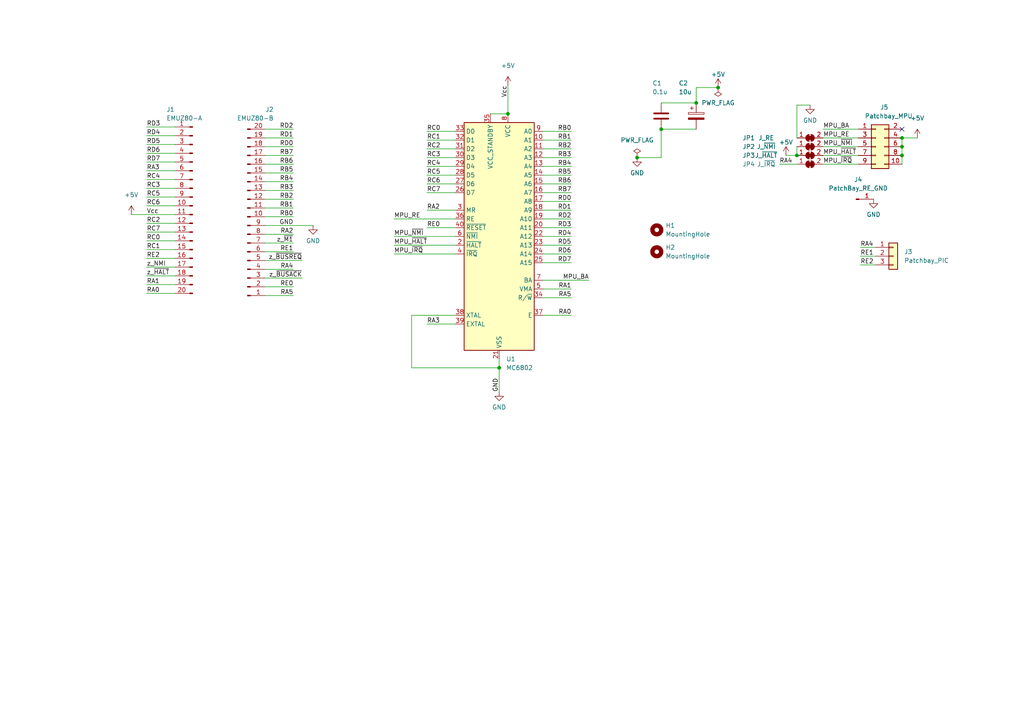
<source format=kicad_sch>
(kicad_sch (version 20211123) (generator eeschema)

  (uuid 57f4bbbd-ceff-434f-8bfa-c290daf0874a)

  (paper "A4")

  (lib_symbols
    (symbol "CPU_NXP_6800:MC6802" (in_bom yes) (on_board yes)
      (property "Reference" "U" (id 0) (at -8.89 34.29 0)
        (effects (font (size 1.27 1.27)))
      )
      (property "Value" "MC6802" (id 1) (at 10.16 34.29 0)
        (effects (font (size 1.27 1.27)) (justify right))
      )
      (property "Footprint" "Package_DIP:DIP-40_W15.24mm" (id 2) (at 0 -38.1 0)
        (effects (font (size 1.27 1.27)) hide)
      )
      (property "Datasheet" "https://www.jameco.com/Jameco/Products/ProdDS/43502.pdf" (id 3) (at 0 0 0)
        (effects (font (size 1.27 1.27)) hide)
      )
      (property "ki_keywords" "MCU" (id 4) (at 0 0 0)
        (effects (font (size 1.27 1.27)) hide)
      )
      (property "ki_description" "8-Bit Microprocessing unit 1.0MHz, DIP-40" (id 5) (at 0 0 0)
        (effects (font (size 1.27 1.27)) hide)
      )
      (property "ki_fp_filters" "DIP*W15.24mm*" (id 6) (at 0 0 0)
        (effects (font (size 1.27 1.27)) hide)
      )
      (symbol "MC6802_0_1"
        (rectangle (start -10.16 -33.02) (end 10.16 33.02)
          (stroke (width 0.254) (type default) (color 0 0 0 0))
          (fill (type background))
        )
      )
      (symbol "MC6802_1_1"
        (pin passive line (at 0 -35.56 90) (length 2.54) hide
          (name "VSS" (effects (font (size 1.27 1.27))))
          (number "1" (effects (font (size 1.27 1.27))))
        )
        (pin output line (at 12.7 27.94 180) (length 2.54)
          (name "A1" (effects (font (size 1.27 1.27))))
          (number "10" (effects (font (size 1.27 1.27))))
        )
        (pin output line (at 12.7 25.4 180) (length 2.54)
          (name "A2" (effects (font (size 1.27 1.27))))
          (number "11" (effects (font (size 1.27 1.27))))
        )
        (pin output line (at 12.7 22.86 180) (length 2.54)
          (name "A3" (effects (font (size 1.27 1.27))))
          (number "12" (effects (font (size 1.27 1.27))))
        )
        (pin output line (at 12.7 20.32 180) (length 2.54)
          (name "A4" (effects (font (size 1.27 1.27))))
          (number "13" (effects (font (size 1.27 1.27))))
        )
        (pin output line (at 12.7 17.78 180) (length 2.54)
          (name "A5" (effects (font (size 1.27 1.27))))
          (number "14" (effects (font (size 1.27 1.27))))
        )
        (pin output line (at 12.7 15.24 180) (length 2.54)
          (name "A6" (effects (font (size 1.27 1.27))))
          (number "15" (effects (font (size 1.27 1.27))))
        )
        (pin output line (at 12.7 12.7 180) (length 2.54)
          (name "A7" (effects (font (size 1.27 1.27))))
          (number "16" (effects (font (size 1.27 1.27))))
        )
        (pin output line (at 12.7 10.16 180) (length 2.54)
          (name "A8" (effects (font (size 1.27 1.27))))
          (number "17" (effects (font (size 1.27 1.27))))
        )
        (pin output line (at 12.7 7.62 180) (length 2.54)
          (name "A9" (effects (font (size 1.27 1.27))))
          (number "18" (effects (font (size 1.27 1.27))))
        )
        (pin output line (at 12.7 5.08 180) (length 2.54)
          (name "A10" (effects (font (size 1.27 1.27))))
          (number "19" (effects (font (size 1.27 1.27))))
        )
        (pin input line (at -12.7 -2.54 0) (length 2.54)
          (name "~{HALT}" (effects (font (size 1.27 1.27))))
          (number "2" (effects (font (size 1.27 1.27))))
        )
        (pin output line (at 12.7 2.54 180) (length 2.54)
          (name "A11" (effects (font (size 1.27 1.27))))
          (number "20" (effects (font (size 1.27 1.27))))
        )
        (pin power_in line (at 0 -35.56 90) (length 2.54)
          (name "VSS" (effects (font (size 1.27 1.27))))
          (number "21" (effects (font (size 1.27 1.27))))
        )
        (pin output line (at 12.7 0 180) (length 2.54)
          (name "A12" (effects (font (size 1.27 1.27))))
          (number "22" (effects (font (size 1.27 1.27))))
        )
        (pin output line (at 12.7 -2.54 180) (length 2.54)
          (name "A13" (effects (font (size 1.27 1.27))))
          (number "23" (effects (font (size 1.27 1.27))))
        )
        (pin output line (at 12.7 -5.08 180) (length 2.54)
          (name "A14" (effects (font (size 1.27 1.27))))
          (number "24" (effects (font (size 1.27 1.27))))
        )
        (pin output line (at 12.7 -7.62 180) (length 2.54)
          (name "A15" (effects (font (size 1.27 1.27))))
          (number "25" (effects (font (size 1.27 1.27))))
        )
        (pin bidirectional line (at -12.7 12.7 0) (length 2.54)
          (name "D7" (effects (font (size 1.27 1.27))))
          (number "26" (effects (font (size 1.27 1.27))))
        )
        (pin bidirectional line (at -12.7 15.24 0) (length 2.54)
          (name "D6" (effects (font (size 1.27 1.27))))
          (number "27" (effects (font (size 1.27 1.27))))
        )
        (pin bidirectional line (at -12.7 17.78 0) (length 2.54)
          (name "D5" (effects (font (size 1.27 1.27))))
          (number "28" (effects (font (size 1.27 1.27))))
        )
        (pin bidirectional line (at -12.7 20.32 0) (length 2.54)
          (name "D4" (effects (font (size 1.27 1.27))))
          (number "29" (effects (font (size 1.27 1.27))))
        )
        (pin input line (at -12.7 7.62 0) (length 2.54)
          (name "MR" (effects (font (size 1.27 1.27))))
          (number "3" (effects (font (size 1.27 1.27))))
        )
        (pin bidirectional line (at -12.7 22.86 0) (length 2.54)
          (name "D3" (effects (font (size 1.27 1.27))))
          (number "30" (effects (font (size 1.27 1.27))))
        )
        (pin bidirectional line (at -12.7 25.4 0) (length 2.54)
          (name "D2" (effects (font (size 1.27 1.27))))
          (number "31" (effects (font (size 1.27 1.27))))
        )
        (pin bidirectional line (at -12.7 27.94 0) (length 2.54)
          (name "D1" (effects (font (size 1.27 1.27))))
          (number "32" (effects (font (size 1.27 1.27))))
        )
        (pin bidirectional line (at -12.7 30.48 0) (length 2.54)
          (name "D0" (effects (font (size 1.27 1.27))))
          (number "33" (effects (font (size 1.27 1.27))))
        )
        (pin output line (at 12.7 -17.78 180) (length 2.54)
          (name "R/~{W}" (effects (font (size 1.27 1.27))))
          (number "34" (effects (font (size 1.27 1.27))))
        )
        (pin power_in line (at -2.54 35.56 270) (length 2.54)
          (name "VCC_STANDBY" (effects (font (size 1.27 1.27))))
          (number "35" (effects (font (size 1.27 1.27))))
        )
        (pin input line (at -12.7 5.08 0) (length 2.54)
          (name "RE" (effects (font (size 1.27 1.27))))
          (number "36" (effects (font (size 1.27 1.27))))
        )
        (pin output line (at 12.7 -22.86 180) (length 2.54)
          (name "E" (effects (font (size 1.27 1.27))))
          (number "37" (effects (font (size 1.27 1.27))))
        )
        (pin passive line (at -12.7 -22.86 0) (length 2.54)
          (name "XTAL" (effects (font (size 1.27 1.27))))
          (number "38" (effects (font (size 1.27 1.27))))
        )
        (pin passive line (at -12.7 -25.4 0) (length 2.54)
          (name "EXTAL" (effects (font (size 1.27 1.27))))
          (number "39" (effects (font (size 1.27 1.27))))
        )
        (pin input line (at -12.7 -5.08 0) (length 2.54)
          (name "~{IRQ}" (effects (font (size 1.27 1.27))))
          (number "4" (effects (font (size 1.27 1.27))))
        )
        (pin input line (at -12.7 2.54 0) (length 2.54)
          (name "~{RESET}" (effects (font (size 1.27 1.27))))
          (number "40" (effects (font (size 1.27 1.27))))
        )
        (pin output line (at 12.7 -15.24 180) (length 2.54)
          (name "VMA" (effects (font (size 1.27 1.27))))
          (number "5" (effects (font (size 1.27 1.27))))
        )
        (pin input line (at -12.7 0 0) (length 2.54)
          (name "~{NMI}" (effects (font (size 1.27 1.27))))
          (number "6" (effects (font (size 1.27 1.27))))
        )
        (pin output line (at 12.7 -12.7 180) (length 2.54)
          (name "BA" (effects (font (size 1.27 1.27))))
          (number "7" (effects (font (size 1.27 1.27))))
        )
        (pin power_in line (at 2.54 35.56 270) (length 2.54)
          (name "VCC" (effects (font (size 1.27 1.27))))
          (number "8" (effects (font (size 1.27 1.27))))
        )
        (pin output line (at 12.7 30.48 180) (length 2.54)
          (name "A0" (effects (font (size 1.27 1.27))))
          (number "9" (effects (font (size 1.27 1.27))))
        )
      )
    )
    (symbol "Connector:Conn_01x01_Male" (pin_names (offset 1.016) hide) (in_bom yes) (on_board yes)
      (property "Reference" "J" (id 0) (at 0 2.54 0)
        (effects (font (size 1.27 1.27)))
      )
      (property "Value" "Conn_01x01_Male" (id 1) (at 0 -2.54 0)
        (effects (font (size 1.27 1.27)))
      )
      (property "Footprint" "" (id 2) (at 0 0 0)
        (effects (font (size 1.27 1.27)) hide)
      )
      (property "Datasheet" "~" (id 3) (at 0 0 0)
        (effects (font (size 1.27 1.27)) hide)
      )
      (property "ki_keywords" "connector" (id 4) (at 0 0 0)
        (effects (font (size 1.27 1.27)) hide)
      )
      (property "ki_description" "Generic connector, single row, 01x01, script generated (kicad-library-utils/schlib/autogen/connector/)" (id 5) (at 0 0 0)
        (effects (font (size 1.27 1.27)) hide)
      )
      (property "ki_fp_filters" "Connector*:*" (id 6) (at 0 0 0)
        (effects (font (size 1.27 1.27)) hide)
      )
      (symbol "Conn_01x01_Male_1_1"
        (polyline
          (pts
            (xy 1.27 0)
            (xy 0.8636 0)
          )
          (stroke (width 0.1524) (type default) (color 0 0 0 0))
          (fill (type none))
        )
        (rectangle (start 0.8636 0.127) (end 0 -0.127)
          (stroke (width 0.1524) (type default) (color 0 0 0 0))
          (fill (type outline))
        )
        (pin passive line (at 5.08 0 180) (length 3.81)
          (name "Pin_1" (effects (font (size 1.27 1.27))))
          (number "1" (effects (font (size 1.27 1.27))))
        )
      )
    )
    (symbol "Connector:Conn_01x20_Male" (pin_names (offset 1.016) hide) (in_bom yes) (on_board yes)
      (property "Reference" "J" (id 0) (at 0 25.4 0)
        (effects (font (size 1.27 1.27)))
      )
      (property "Value" "Conn_01x20_Male" (id 1) (at 0 -27.94 0)
        (effects (font (size 1.27 1.27)))
      )
      (property "Footprint" "" (id 2) (at 0 0 0)
        (effects (font (size 1.27 1.27)) hide)
      )
      (property "Datasheet" "~" (id 3) (at 0 0 0)
        (effects (font (size 1.27 1.27)) hide)
      )
      (property "ki_keywords" "connector" (id 4) (at 0 0 0)
        (effects (font (size 1.27 1.27)) hide)
      )
      (property "ki_description" "Generic connector, single row, 01x20, script generated (kicad-library-utils/schlib/autogen/connector/)" (id 5) (at 0 0 0)
        (effects (font (size 1.27 1.27)) hide)
      )
      (property "ki_fp_filters" "Connector*:*_1x??_*" (id 6) (at 0 0 0)
        (effects (font (size 1.27 1.27)) hide)
      )
      (symbol "Conn_01x20_Male_1_1"
        (polyline
          (pts
            (xy 1.27 -25.4)
            (xy 0.8636 -25.4)
          )
          (stroke (width 0.1524) (type default) (color 0 0 0 0))
          (fill (type none))
        )
        (polyline
          (pts
            (xy 1.27 -22.86)
            (xy 0.8636 -22.86)
          )
          (stroke (width 0.1524) (type default) (color 0 0 0 0))
          (fill (type none))
        )
        (polyline
          (pts
            (xy 1.27 -20.32)
            (xy 0.8636 -20.32)
          )
          (stroke (width 0.1524) (type default) (color 0 0 0 0))
          (fill (type none))
        )
        (polyline
          (pts
            (xy 1.27 -17.78)
            (xy 0.8636 -17.78)
          )
          (stroke (width 0.1524) (type default) (color 0 0 0 0))
          (fill (type none))
        )
        (polyline
          (pts
            (xy 1.27 -15.24)
            (xy 0.8636 -15.24)
          )
          (stroke (width 0.1524) (type default) (color 0 0 0 0))
          (fill (type none))
        )
        (polyline
          (pts
            (xy 1.27 -12.7)
            (xy 0.8636 -12.7)
          )
          (stroke (width 0.1524) (type default) (color 0 0 0 0))
          (fill (type none))
        )
        (polyline
          (pts
            (xy 1.27 -10.16)
            (xy 0.8636 -10.16)
          )
          (stroke (width 0.1524) (type default) (color 0 0 0 0))
          (fill (type none))
        )
        (polyline
          (pts
            (xy 1.27 -7.62)
            (xy 0.8636 -7.62)
          )
          (stroke (width 0.1524) (type default) (color 0 0 0 0))
          (fill (type none))
        )
        (polyline
          (pts
            (xy 1.27 -5.08)
            (xy 0.8636 -5.08)
          )
          (stroke (width 0.1524) (type default) (color 0 0 0 0))
          (fill (type none))
        )
        (polyline
          (pts
            (xy 1.27 -2.54)
            (xy 0.8636 -2.54)
          )
          (stroke (width 0.1524) (type default) (color 0 0 0 0))
          (fill (type none))
        )
        (polyline
          (pts
            (xy 1.27 0)
            (xy 0.8636 0)
          )
          (stroke (width 0.1524) (type default) (color 0 0 0 0))
          (fill (type none))
        )
        (polyline
          (pts
            (xy 1.27 2.54)
            (xy 0.8636 2.54)
          )
          (stroke (width 0.1524) (type default) (color 0 0 0 0))
          (fill (type none))
        )
        (polyline
          (pts
            (xy 1.27 5.08)
            (xy 0.8636 5.08)
          )
          (stroke (width 0.1524) (type default) (color 0 0 0 0))
          (fill (type none))
        )
        (polyline
          (pts
            (xy 1.27 7.62)
            (xy 0.8636 7.62)
          )
          (stroke (width 0.1524) (type default) (color 0 0 0 0))
          (fill (type none))
        )
        (polyline
          (pts
            (xy 1.27 10.16)
            (xy 0.8636 10.16)
          )
          (stroke (width 0.1524) (type default) (color 0 0 0 0))
          (fill (type none))
        )
        (polyline
          (pts
            (xy 1.27 12.7)
            (xy 0.8636 12.7)
          )
          (stroke (width 0.1524) (type default) (color 0 0 0 0))
          (fill (type none))
        )
        (polyline
          (pts
            (xy 1.27 15.24)
            (xy 0.8636 15.24)
          )
          (stroke (width 0.1524) (type default) (color 0 0 0 0))
          (fill (type none))
        )
        (polyline
          (pts
            (xy 1.27 17.78)
            (xy 0.8636 17.78)
          )
          (stroke (width 0.1524) (type default) (color 0 0 0 0))
          (fill (type none))
        )
        (polyline
          (pts
            (xy 1.27 20.32)
            (xy 0.8636 20.32)
          )
          (stroke (width 0.1524) (type default) (color 0 0 0 0))
          (fill (type none))
        )
        (polyline
          (pts
            (xy 1.27 22.86)
            (xy 0.8636 22.86)
          )
          (stroke (width 0.1524) (type default) (color 0 0 0 0))
          (fill (type none))
        )
        (rectangle (start 0.8636 -25.273) (end 0 -25.527)
          (stroke (width 0.1524) (type default) (color 0 0 0 0))
          (fill (type outline))
        )
        (rectangle (start 0.8636 -22.733) (end 0 -22.987)
          (stroke (width 0.1524) (type default) (color 0 0 0 0))
          (fill (type outline))
        )
        (rectangle (start 0.8636 -20.193) (end 0 -20.447)
          (stroke (width 0.1524) (type default) (color 0 0 0 0))
          (fill (type outline))
        )
        (rectangle (start 0.8636 -17.653) (end 0 -17.907)
          (stroke (width 0.1524) (type default) (color 0 0 0 0))
          (fill (type outline))
        )
        (rectangle (start 0.8636 -15.113) (end 0 -15.367)
          (stroke (width 0.1524) (type default) (color 0 0 0 0))
          (fill (type outline))
        )
        (rectangle (start 0.8636 -12.573) (end 0 -12.827)
          (stroke (width 0.1524) (type default) (color 0 0 0 0))
          (fill (type outline))
        )
        (rectangle (start 0.8636 -10.033) (end 0 -10.287)
          (stroke (width 0.1524) (type default) (color 0 0 0 0))
          (fill (type outline))
        )
        (rectangle (start 0.8636 -7.493) (end 0 -7.747)
          (stroke (width 0.1524) (type default) (color 0 0 0 0))
          (fill (type outline))
        )
        (rectangle (start 0.8636 -4.953) (end 0 -5.207)
          (stroke (width 0.1524) (type default) (color 0 0 0 0))
          (fill (type outline))
        )
        (rectangle (start 0.8636 -2.413) (end 0 -2.667)
          (stroke (width 0.1524) (type default) (color 0 0 0 0))
          (fill (type outline))
        )
        (rectangle (start 0.8636 0.127) (end 0 -0.127)
          (stroke (width 0.1524) (type default) (color 0 0 0 0))
          (fill (type outline))
        )
        (rectangle (start 0.8636 2.667) (end 0 2.413)
          (stroke (width 0.1524) (type default) (color 0 0 0 0))
          (fill (type outline))
        )
        (rectangle (start 0.8636 5.207) (end 0 4.953)
          (stroke (width 0.1524) (type default) (color 0 0 0 0))
          (fill (type outline))
        )
        (rectangle (start 0.8636 7.747) (end 0 7.493)
          (stroke (width 0.1524) (type default) (color 0 0 0 0))
          (fill (type outline))
        )
        (rectangle (start 0.8636 10.287) (end 0 10.033)
          (stroke (width 0.1524) (type default) (color 0 0 0 0))
          (fill (type outline))
        )
        (rectangle (start 0.8636 12.827) (end 0 12.573)
          (stroke (width 0.1524) (type default) (color 0 0 0 0))
          (fill (type outline))
        )
        (rectangle (start 0.8636 15.367) (end 0 15.113)
          (stroke (width 0.1524) (type default) (color 0 0 0 0))
          (fill (type outline))
        )
        (rectangle (start 0.8636 17.907) (end 0 17.653)
          (stroke (width 0.1524) (type default) (color 0 0 0 0))
          (fill (type outline))
        )
        (rectangle (start 0.8636 20.447) (end 0 20.193)
          (stroke (width 0.1524) (type default) (color 0 0 0 0))
          (fill (type outline))
        )
        (rectangle (start 0.8636 22.987) (end 0 22.733)
          (stroke (width 0.1524) (type default) (color 0 0 0 0))
          (fill (type outline))
        )
        (pin passive line (at 5.08 22.86 180) (length 3.81)
          (name "Pin_1" (effects (font (size 1.27 1.27))))
          (number "1" (effects (font (size 1.27 1.27))))
        )
        (pin passive line (at 5.08 0 180) (length 3.81)
          (name "Pin_10" (effects (font (size 1.27 1.27))))
          (number "10" (effects (font (size 1.27 1.27))))
        )
        (pin passive line (at 5.08 -2.54 180) (length 3.81)
          (name "Pin_11" (effects (font (size 1.27 1.27))))
          (number "11" (effects (font (size 1.27 1.27))))
        )
        (pin passive line (at 5.08 -5.08 180) (length 3.81)
          (name "Pin_12" (effects (font (size 1.27 1.27))))
          (number "12" (effects (font (size 1.27 1.27))))
        )
        (pin passive line (at 5.08 -7.62 180) (length 3.81)
          (name "Pin_13" (effects (font (size 1.27 1.27))))
          (number "13" (effects (font (size 1.27 1.27))))
        )
        (pin passive line (at 5.08 -10.16 180) (length 3.81)
          (name "Pin_14" (effects (font (size 1.27 1.27))))
          (number "14" (effects (font (size 1.27 1.27))))
        )
        (pin passive line (at 5.08 -12.7 180) (length 3.81)
          (name "Pin_15" (effects (font (size 1.27 1.27))))
          (number "15" (effects (font (size 1.27 1.27))))
        )
        (pin passive line (at 5.08 -15.24 180) (length 3.81)
          (name "Pin_16" (effects (font (size 1.27 1.27))))
          (number "16" (effects (font (size 1.27 1.27))))
        )
        (pin passive line (at 5.08 -17.78 180) (length 3.81)
          (name "Pin_17" (effects (font (size 1.27 1.27))))
          (number "17" (effects (font (size 1.27 1.27))))
        )
        (pin passive line (at 5.08 -20.32 180) (length 3.81)
          (name "Pin_18" (effects (font (size 1.27 1.27))))
          (number "18" (effects (font (size 1.27 1.27))))
        )
        (pin passive line (at 5.08 -22.86 180) (length 3.81)
          (name "Pin_19" (effects (font (size 1.27 1.27))))
          (number "19" (effects (font (size 1.27 1.27))))
        )
        (pin passive line (at 5.08 20.32 180) (length 3.81)
          (name "Pin_2" (effects (font (size 1.27 1.27))))
          (number "2" (effects (font (size 1.27 1.27))))
        )
        (pin passive line (at 5.08 -25.4 180) (length 3.81)
          (name "Pin_20" (effects (font (size 1.27 1.27))))
          (number "20" (effects (font (size 1.27 1.27))))
        )
        (pin passive line (at 5.08 17.78 180) (length 3.81)
          (name "Pin_3" (effects (font (size 1.27 1.27))))
          (number "3" (effects (font (size 1.27 1.27))))
        )
        (pin passive line (at 5.08 15.24 180) (length 3.81)
          (name "Pin_4" (effects (font (size 1.27 1.27))))
          (number "4" (effects (font (size 1.27 1.27))))
        )
        (pin passive line (at 5.08 12.7 180) (length 3.81)
          (name "Pin_5" (effects (font (size 1.27 1.27))))
          (number "5" (effects (font (size 1.27 1.27))))
        )
        (pin passive line (at 5.08 10.16 180) (length 3.81)
          (name "Pin_6" (effects (font (size 1.27 1.27))))
          (number "6" (effects (font (size 1.27 1.27))))
        )
        (pin passive line (at 5.08 7.62 180) (length 3.81)
          (name "Pin_7" (effects (font (size 1.27 1.27))))
          (number "7" (effects (font (size 1.27 1.27))))
        )
        (pin passive line (at 5.08 5.08 180) (length 3.81)
          (name "Pin_8" (effects (font (size 1.27 1.27))))
          (number "8" (effects (font (size 1.27 1.27))))
        )
        (pin passive line (at 5.08 2.54 180) (length 3.81)
          (name "Pin_9" (effects (font (size 1.27 1.27))))
          (number "9" (effects (font (size 1.27 1.27))))
        )
      )
    )
    (symbol "Connector_Generic:Conn_01x03" (pin_names (offset 1.016) hide) (in_bom yes) (on_board yes)
      (property "Reference" "J" (id 0) (at 0 5.08 0)
        (effects (font (size 1.27 1.27)))
      )
      (property "Value" "Conn_01x03" (id 1) (at 0 -5.08 0)
        (effects (font (size 1.27 1.27)))
      )
      (property "Footprint" "" (id 2) (at 0 0 0)
        (effects (font (size 1.27 1.27)) hide)
      )
      (property "Datasheet" "~" (id 3) (at 0 0 0)
        (effects (font (size 1.27 1.27)) hide)
      )
      (property "ki_keywords" "connector" (id 4) (at 0 0 0)
        (effects (font (size 1.27 1.27)) hide)
      )
      (property "ki_description" "Generic connector, single row, 01x03, script generated (kicad-library-utils/schlib/autogen/connector/)" (id 5) (at 0 0 0)
        (effects (font (size 1.27 1.27)) hide)
      )
      (property "ki_fp_filters" "Connector*:*_1x??_*" (id 6) (at 0 0 0)
        (effects (font (size 1.27 1.27)) hide)
      )
      (symbol "Conn_01x03_1_1"
        (rectangle (start -1.27 -2.413) (end 0 -2.667)
          (stroke (width 0.1524) (type default) (color 0 0 0 0))
          (fill (type none))
        )
        (rectangle (start -1.27 0.127) (end 0 -0.127)
          (stroke (width 0.1524) (type default) (color 0 0 0 0))
          (fill (type none))
        )
        (rectangle (start -1.27 2.667) (end 0 2.413)
          (stroke (width 0.1524) (type default) (color 0 0 0 0))
          (fill (type none))
        )
        (rectangle (start -1.27 3.81) (end 1.27 -3.81)
          (stroke (width 0.254) (type default) (color 0 0 0 0))
          (fill (type background))
        )
        (pin passive line (at -5.08 2.54 0) (length 3.81)
          (name "Pin_1" (effects (font (size 1.27 1.27))))
          (number "1" (effects (font (size 1.27 1.27))))
        )
        (pin passive line (at -5.08 0 0) (length 3.81)
          (name "Pin_2" (effects (font (size 1.27 1.27))))
          (number "2" (effects (font (size 1.27 1.27))))
        )
        (pin passive line (at -5.08 -2.54 0) (length 3.81)
          (name "Pin_3" (effects (font (size 1.27 1.27))))
          (number "3" (effects (font (size 1.27 1.27))))
        )
      )
    )
    (symbol "Connector_Generic:Conn_02x05_Odd_Even" (pin_names (offset 1.016) hide) (in_bom yes) (on_board yes)
      (property "Reference" "J" (id 0) (at 1.27 7.62 0)
        (effects (font (size 1.27 1.27)))
      )
      (property "Value" "Conn_02x05_Odd_Even" (id 1) (at 1.27 -7.62 0)
        (effects (font (size 1.27 1.27)))
      )
      (property "Footprint" "" (id 2) (at 0 0 0)
        (effects (font (size 1.27 1.27)) hide)
      )
      (property "Datasheet" "~" (id 3) (at 0 0 0)
        (effects (font (size 1.27 1.27)) hide)
      )
      (property "ki_keywords" "connector" (id 4) (at 0 0 0)
        (effects (font (size 1.27 1.27)) hide)
      )
      (property "ki_description" "Generic connector, double row, 02x05, odd/even pin numbering scheme (row 1 odd numbers, row 2 even numbers), script generated (kicad-library-utils/schlib/autogen/connector/)" (id 5) (at 0 0 0)
        (effects (font (size 1.27 1.27)) hide)
      )
      (property "ki_fp_filters" "Connector*:*_2x??_*" (id 6) (at 0 0 0)
        (effects (font (size 1.27 1.27)) hide)
      )
      (symbol "Conn_02x05_Odd_Even_1_1"
        (rectangle (start -1.27 -4.953) (end 0 -5.207)
          (stroke (width 0.1524) (type default) (color 0 0 0 0))
          (fill (type none))
        )
        (rectangle (start -1.27 -2.413) (end 0 -2.667)
          (stroke (width 0.1524) (type default) (color 0 0 0 0))
          (fill (type none))
        )
        (rectangle (start -1.27 0.127) (end 0 -0.127)
          (stroke (width 0.1524) (type default) (color 0 0 0 0))
          (fill (type none))
        )
        (rectangle (start -1.27 2.667) (end 0 2.413)
          (stroke (width 0.1524) (type default) (color 0 0 0 0))
          (fill (type none))
        )
        (rectangle (start -1.27 5.207) (end 0 4.953)
          (stroke (width 0.1524) (type default) (color 0 0 0 0))
          (fill (type none))
        )
        (rectangle (start -1.27 6.35) (end 3.81 -6.35)
          (stroke (width 0.254) (type default) (color 0 0 0 0))
          (fill (type background))
        )
        (rectangle (start 3.81 -4.953) (end 2.54 -5.207)
          (stroke (width 0.1524) (type default) (color 0 0 0 0))
          (fill (type none))
        )
        (rectangle (start 3.81 -2.413) (end 2.54 -2.667)
          (stroke (width 0.1524) (type default) (color 0 0 0 0))
          (fill (type none))
        )
        (rectangle (start 3.81 0.127) (end 2.54 -0.127)
          (stroke (width 0.1524) (type default) (color 0 0 0 0))
          (fill (type none))
        )
        (rectangle (start 3.81 2.667) (end 2.54 2.413)
          (stroke (width 0.1524) (type default) (color 0 0 0 0))
          (fill (type none))
        )
        (rectangle (start 3.81 5.207) (end 2.54 4.953)
          (stroke (width 0.1524) (type default) (color 0 0 0 0))
          (fill (type none))
        )
        (pin passive line (at -5.08 5.08 0) (length 3.81)
          (name "Pin_1" (effects (font (size 1.27 1.27))))
          (number "1" (effects (font (size 1.27 1.27))))
        )
        (pin passive line (at 7.62 -5.08 180) (length 3.81)
          (name "Pin_10" (effects (font (size 1.27 1.27))))
          (number "10" (effects (font (size 1.27 1.27))))
        )
        (pin passive line (at 7.62 5.08 180) (length 3.81)
          (name "Pin_2" (effects (font (size 1.27 1.27))))
          (number "2" (effects (font (size 1.27 1.27))))
        )
        (pin passive line (at -5.08 2.54 0) (length 3.81)
          (name "Pin_3" (effects (font (size 1.27 1.27))))
          (number "3" (effects (font (size 1.27 1.27))))
        )
        (pin passive line (at 7.62 2.54 180) (length 3.81)
          (name "Pin_4" (effects (font (size 1.27 1.27))))
          (number "4" (effects (font (size 1.27 1.27))))
        )
        (pin passive line (at -5.08 0 0) (length 3.81)
          (name "Pin_5" (effects (font (size 1.27 1.27))))
          (number "5" (effects (font (size 1.27 1.27))))
        )
        (pin passive line (at 7.62 0 180) (length 3.81)
          (name "Pin_6" (effects (font (size 1.27 1.27))))
          (number "6" (effects (font (size 1.27 1.27))))
        )
        (pin passive line (at -5.08 -2.54 0) (length 3.81)
          (name "Pin_7" (effects (font (size 1.27 1.27))))
          (number "7" (effects (font (size 1.27 1.27))))
        )
        (pin passive line (at 7.62 -2.54 180) (length 3.81)
          (name "Pin_8" (effects (font (size 1.27 1.27))))
          (number "8" (effects (font (size 1.27 1.27))))
        )
        (pin passive line (at -5.08 -5.08 0) (length 3.81)
          (name "Pin_9" (effects (font (size 1.27 1.27))))
          (number "9" (effects (font (size 1.27 1.27))))
        )
      )
    )
    (symbol "Device:C" (pin_numbers hide) (pin_names (offset 0.254)) (in_bom yes) (on_board yes)
      (property "Reference" "C" (id 0) (at 0.635 2.54 0)
        (effects (font (size 1.27 1.27)) (justify left))
      )
      (property "Value" "C" (id 1) (at 0.635 -2.54 0)
        (effects (font (size 1.27 1.27)) (justify left))
      )
      (property "Footprint" "" (id 2) (at 0.9652 -3.81 0)
        (effects (font (size 1.27 1.27)) hide)
      )
      (property "Datasheet" "~" (id 3) (at 0 0 0)
        (effects (font (size 1.27 1.27)) hide)
      )
      (property "ki_keywords" "cap capacitor" (id 4) (at 0 0 0)
        (effects (font (size 1.27 1.27)) hide)
      )
      (property "ki_description" "Unpolarized capacitor" (id 5) (at 0 0 0)
        (effects (font (size 1.27 1.27)) hide)
      )
      (property "ki_fp_filters" "C_*" (id 6) (at 0 0 0)
        (effects (font (size 1.27 1.27)) hide)
      )
      (symbol "C_0_1"
        (polyline
          (pts
            (xy -2.032 -0.762)
            (xy 2.032 -0.762)
          )
          (stroke (width 0.508) (type default) (color 0 0 0 0))
          (fill (type none))
        )
        (polyline
          (pts
            (xy -2.032 0.762)
            (xy 2.032 0.762)
          )
          (stroke (width 0.508) (type default) (color 0 0 0 0))
          (fill (type none))
        )
      )
      (symbol "C_1_1"
        (pin passive line (at 0 3.81 270) (length 2.794)
          (name "~" (effects (font (size 1.27 1.27))))
          (number "1" (effects (font (size 1.27 1.27))))
        )
        (pin passive line (at 0 -3.81 90) (length 2.794)
          (name "~" (effects (font (size 1.27 1.27))))
          (number "2" (effects (font (size 1.27 1.27))))
        )
      )
    )
    (symbol "Device:C_Polarized" (pin_numbers hide) (pin_names (offset 0.254)) (in_bom yes) (on_board yes)
      (property "Reference" "C" (id 0) (at 0.635 2.54 0)
        (effects (font (size 1.27 1.27)) (justify left))
      )
      (property "Value" "C_Polarized" (id 1) (at 0.635 -2.54 0)
        (effects (font (size 1.27 1.27)) (justify left))
      )
      (property "Footprint" "" (id 2) (at 0.9652 -3.81 0)
        (effects (font (size 1.27 1.27)) hide)
      )
      (property "Datasheet" "~" (id 3) (at 0 0 0)
        (effects (font (size 1.27 1.27)) hide)
      )
      (property "ki_keywords" "cap capacitor" (id 4) (at 0 0 0)
        (effects (font (size 1.27 1.27)) hide)
      )
      (property "ki_description" "Polarized capacitor" (id 5) (at 0 0 0)
        (effects (font (size 1.27 1.27)) hide)
      )
      (property "ki_fp_filters" "CP_*" (id 6) (at 0 0 0)
        (effects (font (size 1.27 1.27)) hide)
      )
      (symbol "C_Polarized_0_1"
        (rectangle (start -2.286 0.508) (end 2.286 1.016)
          (stroke (width 0) (type default) (color 0 0 0 0))
          (fill (type none))
        )
        (polyline
          (pts
            (xy -1.778 2.286)
            (xy -0.762 2.286)
          )
          (stroke (width 0) (type default) (color 0 0 0 0))
          (fill (type none))
        )
        (polyline
          (pts
            (xy -1.27 2.794)
            (xy -1.27 1.778)
          )
          (stroke (width 0) (type default) (color 0 0 0 0))
          (fill (type none))
        )
        (rectangle (start 2.286 -0.508) (end -2.286 -1.016)
          (stroke (width 0) (type default) (color 0 0 0 0))
          (fill (type outline))
        )
      )
      (symbol "C_Polarized_1_1"
        (pin passive line (at 0 3.81 270) (length 2.794)
          (name "~" (effects (font (size 1.27 1.27))))
          (number "1" (effects (font (size 1.27 1.27))))
        )
        (pin passive line (at 0 -3.81 90) (length 2.794)
          (name "~" (effects (font (size 1.27 1.27))))
          (number "2" (effects (font (size 1.27 1.27))))
        )
      )
    )
    (symbol "Jumper:SolderJumper_2_Bridged" (pin_names (offset 0) hide) (in_bom yes) (on_board yes)
      (property "Reference" "JP" (id 0) (at 0 2.032 0)
        (effects (font (size 1.27 1.27)))
      )
      (property "Value" "SolderJumper_2_Bridged" (id 1) (at 0 -2.54 0)
        (effects (font (size 1.27 1.27)))
      )
      (property "Footprint" "" (id 2) (at 0 0 0)
        (effects (font (size 1.27 1.27)) hide)
      )
      (property "Datasheet" "~" (id 3) (at 0 0 0)
        (effects (font (size 1.27 1.27)) hide)
      )
      (property "ki_keywords" "solder jumper SPST" (id 4) (at 0 0 0)
        (effects (font (size 1.27 1.27)) hide)
      )
      (property "ki_description" "Solder Jumper, 2-pole, closed/bridged" (id 5) (at 0 0 0)
        (effects (font (size 1.27 1.27)) hide)
      )
      (property "ki_fp_filters" "SolderJumper*Bridged*" (id 6) (at 0 0 0)
        (effects (font (size 1.27 1.27)) hide)
      )
      (symbol "SolderJumper_2_Bridged_0_1"
        (rectangle (start -0.508 0.508) (end 0.508 -0.508)
          (stroke (width 0) (type default) (color 0 0 0 0))
          (fill (type outline))
        )
        (arc (start -0.254 1.016) (mid -1.27 0) (end -0.254 -1.016)
          (stroke (width 0) (type default) (color 0 0 0 0))
          (fill (type none))
        )
        (arc (start -0.254 1.016) (mid -1.27 0) (end -0.254 -1.016)
          (stroke (width 0) (type default) (color 0 0 0 0))
          (fill (type outline))
        )
        (polyline
          (pts
            (xy -0.254 1.016)
            (xy -0.254 -1.016)
          )
          (stroke (width 0) (type default) (color 0 0 0 0))
          (fill (type none))
        )
        (polyline
          (pts
            (xy 0.254 1.016)
            (xy 0.254 -1.016)
          )
          (stroke (width 0) (type default) (color 0 0 0 0))
          (fill (type none))
        )
        (arc (start 0.254 -1.016) (mid 1.27 0) (end 0.254 1.016)
          (stroke (width 0) (type default) (color 0 0 0 0))
          (fill (type none))
        )
        (arc (start 0.254 -1.016) (mid 1.27 0) (end 0.254 1.016)
          (stroke (width 0) (type default) (color 0 0 0 0))
          (fill (type outline))
        )
      )
      (symbol "SolderJumper_2_Bridged_1_1"
        (pin passive line (at -3.81 0 0) (length 2.54)
          (name "A" (effects (font (size 1.27 1.27))))
          (number "1" (effects (font (size 1.27 1.27))))
        )
        (pin passive line (at 3.81 0 180) (length 2.54)
          (name "B" (effects (font (size 1.27 1.27))))
          (number "2" (effects (font (size 1.27 1.27))))
        )
      )
    )
    (symbol "Mechanical:MountingHole" (pin_names (offset 1.016)) (in_bom yes) (on_board yes)
      (property "Reference" "H" (id 0) (at 0 5.08 0)
        (effects (font (size 1.27 1.27)))
      )
      (property "Value" "MountingHole" (id 1) (at 0 3.175 0)
        (effects (font (size 1.27 1.27)))
      )
      (property "Footprint" "" (id 2) (at 0 0 0)
        (effects (font (size 1.27 1.27)) hide)
      )
      (property "Datasheet" "~" (id 3) (at 0 0 0)
        (effects (font (size 1.27 1.27)) hide)
      )
      (property "ki_keywords" "mounting hole" (id 4) (at 0 0 0)
        (effects (font (size 1.27 1.27)) hide)
      )
      (property "ki_description" "Mounting Hole without connection" (id 5) (at 0 0 0)
        (effects (font (size 1.27 1.27)) hide)
      )
      (property "ki_fp_filters" "MountingHole*" (id 6) (at 0 0 0)
        (effects (font (size 1.27 1.27)) hide)
      )
      (symbol "MountingHole_0_1"
        (circle (center 0 0) (radius 1.27)
          (stroke (width 1.27) (type default) (color 0 0 0 0))
          (fill (type none))
        )
      )
    )
    (symbol "power:+5V" (power) (pin_names (offset 0)) (in_bom yes) (on_board yes)
      (property "Reference" "#PWR" (id 0) (at 0 -3.81 0)
        (effects (font (size 1.27 1.27)) hide)
      )
      (property "Value" "+5V" (id 1) (at 0 3.556 0)
        (effects (font (size 1.27 1.27)))
      )
      (property "Footprint" "" (id 2) (at 0 0 0)
        (effects (font (size 1.27 1.27)) hide)
      )
      (property "Datasheet" "" (id 3) (at 0 0 0)
        (effects (font (size 1.27 1.27)) hide)
      )
      (property "ki_keywords" "power-flag" (id 4) (at 0 0 0)
        (effects (font (size 1.27 1.27)) hide)
      )
      (property "ki_description" "Power symbol creates a global label with name \"+5V\"" (id 5) (at 0 0 0)
        (effects (font (size 1.27 1.27)) hide)
      )
      (symbol "+5V_0_1"
        (polyline
          (pts
            (xy -0.762 1.27)
            (xy 0 2.54)
          )
          (stroke (width 0) (type default) (color 0 0 0 0))
          (fill (type none))
        )
        (polyline
          (pts
            (xy 0 0)
            (xy 0 2.54)
          )
          (stroke (width 0) (type default) (color 0 0 0 0))
          (fill (type none))
        )
        (polyline
          (pts
            (xy 0 2.54)
            (xy 0.762 1.27)
          )
          (stroke (width 0) (type default) (color 0 0 0 0))
          (fill (type none))
        )
      )
      (symbol "+5V_1_1"
        (pin power_in line (at 0 0 90) (length 0) hide
          (name "+5V" (effects (font (size 1.27 1.27))))
          (number "1" (effects (font (size 1.27 1.27))))
        )
      )
    )
    (symbol "power:GND" (power) (pin_names (offset 0)) (in_bom yes) (on_board yes)
      (property "Reference" "#PWR" (id 0) (at 0 -6.35 0)
        (effects (font (size 1.27 1.27)) hide)
      )
      (property "Value" "GND" (id 1) (at 0 -3.81 0)
        (effects (font (size 1.27 1.27)))
      )
      (property "Footprint" "" (id 2) (at 0 0 0)
        (effects (font (size 1.27 1.27)) hide)
      )
      (property "Datasheet" "" (id 3) (at 0 0 0)
        (effects (font (size 1.27 1.27)) hide)
      )
      (property "ki_keywords" "power-flag" (id 4) (at 0 0 0)
        (effects (font (size 1.27 1.27)) hide)
      )
      (property "ki_description" "Power symbol creates a global label with name \"GND\" , ground" (id 5) (at 0 0 0)
        (effects (font (size 1.27 1.27)) hide)
      )
      (symbol "GND_0_1"
        (polyline
          (pts
            (xy 0 0)
            (xy 0 -1.27)
            (xy 1.27 -1.27)
            (xy 0 -2.54)
            (xy -1.27 -1.27)
            (xy 0 -1.27)
          )
          (stroke (width 0) (type default) (color 0 0 0 0))
          (fill (type none))
        )
      )
      (symbol "GND_1_1"
        (pin power_in line (at 0 0 270) (length 0) hide
          (name "GND" (effects (font (size 1.27 1.27))))
          (number "1" (effects (font (size 1.27 1.27))))
        )
      )
    )
    (symbol "power:PWR_FLAG" (power) (pin_numbers hide) (pin_names (offset 0) hide) (in_bom yes) (on_board yes)
      (property "Reference" "#FLG" (id 0) (at 0 1.905 0)
        (effects (font (size 1.27 1.27)) hide)
      )
      (property "Value" "PWR_FLAG" (id 1) (at 0 3.81 0)
        (effects (font (size 1.27 1.27)))
      )
      (property "Footprint" "" (id 2) (at 0 0 0)
        (effects (font (size 1.27 1.27)) hide)
      )
      (property "Datasheet" "~" (id 3) (at 0 0 0)
        (effects (font (size 1.27 1.27)) hide)
      )
      (property "ki_keywords" "power-flag" (id 4) (at 0 0 0)
        (effects (font (size 1.27 1.27)) hide)
      )
      (property "ki_description" "Special symbol for telling ERC where power comes from" (id 5) (at 0 0 0)
        (effects (font (size 1.27 1.27)) hide)
      )
      (symbol "PWR_FLAG_0_0"
        (pin power_out line (at 0 0 90) (length 0)
          (name "pwr" (effects (font (size 1.27 1.27))))
          (number "1" (effects (font (size 1.27 1.27))))
        )
      )
      (symbol "PWR_FLAG_0_1"
        (polyline
          (pts
            (xy 0 0)
            (xy 0 1.27)
            (xy -1.016 1.905)
            (xy 0 2.54)
            (xy 1.016 1.905)
            (xy 0 1.27)
          )
          (stroke (width 0) (type default) (color 0 0 0 0))
          (fill (type none))
        )
      )
    )
  )

  (junction (at 147.32 33.02) (diameter 0) (color 0 0 0 0)
    (uuid 17cd82d5-1dc2-432d-8935-7ef2f77dfcc1)
  )
  (junction (at 231.14 45.085) (diameter 0) (color 0 0 0 0)
    (uuid 5f014858-ef17-4fb8-8ecc-6cd30ee550fe)
  )
  (junction (at 184.785 45.72) (diameter 0) (color 0 0 0 0)
    (uuid 5f85eea7-e03b-4ff9-b797-0fe77f5b02ee)
  )
  (junction (at 191.77 37.465) (diameter 0) (color 0 0 0 0)
    (uuid 89cc83f6-9667-47f8-af31-2fea1dc47bf0)
  )
  (junction (at 144.78 106.68) (diameter 0) (color 0 0 0 0)
    (uuid a0fffe6e-db9d-4f84-87a4-9eaf0cfd62dd)
  )
  (junction (at 261.62 42.545) (diameter 0) (color 0 0 0 0)
    (uuid bbdc8d13-f4e9-40de-acf2-d6748fc8c13e)
  )
  (junction (at 208.28 25.4) (diameter 0) (color 0 0 0 0)
    (uuid d6dbec39-6eb3-4617-87ca-9180b5f91eb0)
  )
  (junction (at 261.62 40.005) (diameter 0) (color 0 0 0 0)
    (uuid e87acf7e-b34d-4350-a393-e0d4326b0f05)
  )
  (junction (at 261.62 45.085) (diameter 0) (color 0 0 0 0)
    (uuid ebe4d6cc-7fb5-487e-b4bb-7da8a877a807)
  )
  (junction (at 201.93 29.845) (diameter 0) (color 0 0 0 0)
    (uuid fe8a4666-a07c-457e-86d6-c340ee22b923)
  )

  (no_connect (at 261.62 37.465) (uuid 61e8cff4-f99c-4a86-a45b-1d524ab92e05))

  (wire (pts (xy 42.545 46.99) (xy 50.8 46.99))
    (stroke (width 0) (type default) (color 0 0 0 0))
    (uuid 027ee176-fbbe-49fe-97d8-755f719f03ff)
  )
  (wire (pts (xy 165.735 66.04) (xy 157.48 66.04))
    (stroke (width 0) (type default) (color 0 0 0 0))
    (uuid 07ae7f46-6ae5-49f7-ba01-b4ac28526c7f)
  )
  (wire (pts (xy 254 71.755) (xy 249.555 71.755))
    (stroke (width 0) (type default) (color 0 0 0 0))
    (uuid 0cf83861-0dd5-48c0-9f18-a474f9077217)
  )
  (wire (pts (xy 42.545 49.53) (xy 50.8 49.53))
    (stroke (width 0) (type default) (color 0 0 0 0))
    (uuid 0d414160-8d62-4ce4-b18b-0872637e473e)
  )
  (wire (pts (xy 85.09 47.625) (xy 76.835 47.625))
    (stroke (width 0) (type default) (color 0 0 0 0))
    (uuid 0f4e7027-002d-48b2-9632-918966569d39)
  )
  (wire (pts (xy 85.09 40.005) (xy 76.835 40.005))
    (stroke (width 0) (type default) (color 0 0 0 0))
    (uuid 1657a329-58e6-4dc4-9d28-bd996669fb49)
  )
  (wire (pts (xy 261.62 40.005) (xy 261.62 42.545))
    (stroke (width 0) (type default) (color 0 0 0 0))
    (uuid 1794aee2-f66d-4aec-86ed-ceb0f95f8b49)
  )
  (wire (pts (xy 85.09 70.485) (xy 76.835 70.485))
    (stroke (width 0) (type default) (color 0 0 0 0))
    (uuid 19840c65-c1cb-47a7-a32f-f784e04a81ee)
  )
  (wire (pts (xy 165.735 71.12) (xy 157.48 71.12))
    (stroke (width 0) (type default) (color 0 0 0 0))
    (uuid 1ce84fda-8f09-4a6c-acd8-62e5d7f2632d)
  )
  (wire (pts (xy 157.48 81.28) (xy 170.815 81.28))
    (stroke (width 0) (type default) (color 0 0 0 0))
    (uuid 1f668dd9-37a2-41b9-93c6-ccc460640b7f)
  )
  (wire (pts (xy 85.09 67.945) (xy 76.835 67.945))
    (stroke (width 0) (type default) (color 0 0 0 0))
    (uuid 222e1004-ed74-4219-8d1a-57d68b2f9313)
  )
  (wire (pts (xy 42.545 59.69) (xy 50.8 59.69))
    (stroke (width 0) (type default) (color 0 0 0 0))
    (uuid 26fe7b8a-6c59-4531-98be-b45113c9b86b)
  )
  (wire (pts (xy 85.09 83.185) (xy 76.835 83.185))
    (stroke (width 0) (type default) (color 0 0 0 0))
    (uuid 2b982061-9f9e-4295-b7dd-bc7bbd08429d)
  )
  (wire (pts (xy 261.62 42.545) (xy 261.62 45.085))
    (stroke (width 0) (type default) (color 0 0 0 0))
    (uuid 2f611338-0c5a-4c56-8900-4aa306e38881)
  )
  (wire (pts (xy 248.92 45.085) (xy 238.76 45.085))
    (stroke (width 0) (type default) (color 0 0 0 0))
    (uuid 306cc9d0-ca5d-4280-9f25-4784b7433938)
  )
  (wire (pts (xy 123.825 38.1) (xy 132.08 38.1))
    (stroke (width 0) (type default) (color 0 0 0 0))
    (uuid 31d232ca-15e8-4e75-b9d0-c8cd5421f5e7)
  )
  (wire (pts (xy 165.735 48.26) (xy 157.48 48.26))
    (stroke (width 0) (type default) (color 0 0 0 0))
    (uuid 31d325d6-e2da-4708-a6d8-2ba6d64b01ce)
  )
  (wire (pts (xy 144.78 106.68) (xy 119.38 106.68))
    (stroke (width 0) (type default) (color 0 0 0 0))
    (uuid 34bdadad-9a26-43c4-960d-e450cdbda014)
  )
  (wire (pts (xy 165.735 58.42) (xy 157.48 58.42))
    (stroke (width 0) (type default) (color 0 0 0 0))
    (uuid 35cdeb72-36b7-4730-8386-a3055c087028)
  )
  (wire (pts (xy 248.92 37.465) (xy 238.76 37.465))
    (stroke (width 0) (type default) (color 0 0 0 0))
    (uuid 360fb555-923e-490f-a85f-1f71cd55c27f)
  )
  (wire (pts (xy 85.09 60.325) (xy 76.835 60.325))
    (stroke (width 0) (type default) (color 0 0 0 0))
    (uuid 375860ae-88fe-426b-9b60-3c58825b5679)
  )
  (wire (pts (xy 123.825 45.72) (xy 132.08 45.72))
    (stroke (width 0) (type default) (color 0 0 0 0))
    (uuid 377a695a-1db3-47c5-97c8-fb6d3fd5ad14)
  )
  (wire (pts (xy 238.76 42.545) (xy 248.92 42.545))
    (stroke (width 0) (type default) (color 0 0 0 0))
    (uuid 392ba8fb-9fd2-49b5-bc14-a67d786088dc)
  )
  (wire (pts (xy 42.545 74.93) (xy 50.8 74.93))
    (stroke (width 0) (type default) (color 0 0 0 0))
    (uuid 393dae53-dfe5-4d06-a2a9-8e78454d05d2)
  )
  (wire (pts (xy 261.62 40.005) (xy 266.065 40.005))
    (stroke (width 0) (type default) (color 0 0 0 0))
    (uuid 39902a14-d9d6-4833-aa28-d261941a59e2)
  )
  (wire (pts (xy 226.06 47.625) (xy 231.14 47.625))
    (stroke (width 0) (type default) (color 0 0 0 0))
    (uuid 3af2c9bc-290b-471f-b750-4998e14c0b07)
  )
  (wire (pts (xy 42.545 36.83) (xy 50.8 36.83))
    (stroke (width 0) (type default) (color 0 0 0 0))
    (uuid 3fbc8594-59ea-4a23-996e-0cb7c3d791b4)
  )
  (wire (pts (xy 184.785 45.72) (xy 191.77 45.72))
    (stroke (width 0) (type default) (color 0 0 0 0))
    (uuid 3fef702c-d1b4-4546-b987-18a57a5e4c8c)
  )
  (wire (pts (xy 123.825 93.98) (xy 132.08 93.98))
    (stroke (width 0) (type default) (color 0 0 0 0))
    (uuid 4056389f-ac46-4886-a79e-800d91285c80)
  )
  (wire (pts (xy 123.825 40.64) (xy 132.08 40.64))
    (stroke (width 0) (type default) (color 0 0 0 0))
    (uuid 489b84e1-cdc7-4874-8596-b1154baa9b03)
  )
  (wire (pts (xy 87.63 75.565) (xy 76.835 75.565))
    (stroke (width 0) (type default) (color 0 0 0 0))
    (uuid 4a8e36cf-d59b-40b6-af50-05137f3ec178)
  )
  (wire (pts (xy 123.825 60.96) (xy 132.08 60.96))
    (stroke (width 0) (type default) (color 0 0 0 0))
    (uuid 4bcee70f-da35-4f07-a201-1f76b16f6c9c)
  )
  (wire (pts (xy 85.09 55.245) (xy 76.835 55.245))
    (stroke (width 0) (type default) (color 0 0 0 0))
    (uuid 4c685a41-dfa0-49ac-89f4-4a2b981bc749)
  )
  (wire (pts (xy 261.62 45.085) (xy 261.62 47.625))
    (stroke (width 0) (type default) (color 0 0 0 0))
    (uuid 5153a012-e6de-4319-a144-ca4d2c4e51dc)
  )
  (wire (pts (xy 42.545 44.45) (xy 50.8 44.45))
    (stroke (width 0) (type default) (color 0 0 0 0))
    (uuid 518b8b9b-125c-47d6-b982-b807ac08c48e)
  )
  (wire (pts (xy 165.735 73.66) (xy 157.48 73.66))
    (stroke (width 0) (type default) (color 0 0 0 0))
    (uuid 52ad0fcd-55f6-4c59-ae32-a0ee0088b050)
  )
  (wire (pts (xy 42.545 39.37) (xy 50.8 39.37))
    (stroke (width 0) (type default) (color 0 0 0 0))
    (uuid 52cd63a8-6c3a-4e6f-8bfe-83d3b688e3a3)
  )
  (wire (pts (xy 231.14 40.005) (xy 231.14 30.48))
    (stroke (width 0) (type default) (color 0 0 0 0))
    (uuid 542972df-b7ed-458b-bb0f-5165689da020)
  )
  (wire (pts (xy 165.735 86.36) (xy 157.48 86.36))
    (stroke (width 0) (type default) (color 0 0 0 0))
    (uuid 5cfe4b1a-f723-46bc-bc72-87891e060de5)
  )
  (wire (pts (xy 165.735 91.44) (xy 157.48 91.44))
    (stroke (width 0) (type default) (color 0 0 0 0))
    (uuid 5dbd9645-2974-4cf9-b97b-7f5ba815ae19)
  )
  (wire (pts (xy 254 76.835) (xy 249.555 76.835))
    (stroke (width 0) (type default) (color 0 0 0 0))
    (uuid 5eaac2c3-d483-489c-948d-f4ce204d3e51)
  )
  (wire (pts (xy 123.825 53.34) (xy 132.08 53.34))
    (stroke (width 0) (type default) (color 0 0 0 0))
    (uuid 61390eff-5f94-4d45-96ba-d23b018e0a7f)
  )
  (wire (pts (xy 38.1 62.23) (xy 50.8 62.23))
    (stroke (width 0) (type default) (color 0 0 0 0))
    (uuid 69deca9d-fee6-466a-8c64-defe3e0c8ee3)
  )
  (wire (pts (xy 85.09 45.085) (xy 76.835 45.085))
    (stroke (width 0) (type default) (color 0 0 0 0))
    (uuid 6de1be3e-5f70-461e-ba47-949bfe882b0e)
  )
  (wire (pts (xy 191.77 37.465) (xy 191.77 45.72))
    (stroke (width 0) (type default) (color 0 0 0 0))
    (uuid 6f21809b-c796-4f92-91da-2150ec197304)
  )
  (wire (pts (xy 165.735 76.2) (xy 157.48 76.2))
    (stroke (width 0) (type default) (color 0 0 0 0))
    (uuid 715429da-e28c-4329-b819-0ba2726b218c)
  )
  (wire (pts (xy 42.545 52.07) (xy 50.8 52.07))
    (stroke (width 0) (type default) (color 0 0 0 0))
    (uuid 7629287f-40bb-4b8e-aa14-d46b8f38f1ec)
  )
  (wire (pts (xy 231.14 42.545) (xy 231.14 45.085))
    (stroke (width 0) (type default) (color 0 0 0 0))
    (uuid 765101ab-f6f8-4f66-a0be-a2fd3f72d19a)
  )
  (wire (pts (xy 144.78 104.14) (xy 144.78 106.68))
    (stroke (width 0) (type default) (color 0 0 0 0))
    (uuid 7929afa3-cc19-4d3d-9020-bcc98281ab01)
  )
  (wire (pts (xy 238.76 47.625) (xy 248.92 47.625))
    (stroke (width 0) (type default) (color 0 0 0 0))
    (uuid 7933e277-ba10-4df5-a915-8c541b1a7b11)
  )
  (wire (pts (xy 191.77 37.465) (xy 201.93 37.465))
    (stroke (width 0) (type default) (color 0 0 0 0))
    (uuid 7ac752cf-700e-4762-965d-b2cece1ac919)
  )
  (wire (pts (xy 208.28 25.4) (xy 201.93 25.4))
    (stroke (width 0) (type default) (color 0 0 0 0))
    (uuid 7b194544-49a5-42f9-84c2-b18ad115eb7a)
  )
  (wire (pts (xy 147.32 24.765) (xy 147.32 33.02))
    (stroke (width 0) (type default) (color 0 0 0 0))
    (uuid 7b2be0b4-7c35-40a1-83ea-a4448ceed43a)
  )
  (wire (pts (xy 42.545 54.61) (xy 50.8 54.61))
    (stroke (width 0) (type default) (color 0 0 0 0))
    (uuid 7b2f63a4-cc80-4622-ac37-b3c8c7771cf2)
  )
  (wire (pts (xy 42.545 57.15) (xy 50.8 57.15))
    (stroke (width 0) (type default) (color 0 0 0 0))
    (uuid 844c0ec6-e8bd-41c3-ba7e-d6633db17f82)
  )
  (wire (pts (xy 114.3 73.66) (xy 132.08 73.66))
    (stroke (width 0) (type default) (color 0 0 0 0))
    (uuid 890df4b5-bfbf-43ed-8782-9d352d7b37f5)
  )
  (wire (pts (xy 254 74.295) (xy 249.555 74.295))
    (stroke (width 0) (type default) (color 0 0 0 0))
    (uuid 8b77eee8-053a-4495-baec-b39e52066987)
  )
  (wire (pts (xy 85.09 57.785) (xy 76.835 57.785))
    (stroke (width 0) (type default) (color 0 0 0 0))
    (uuid 8c4273bf-dc01-477b-bf73-b2f363549b42)
  )
  (wire (pts (xy 76.835 65.405) (xy 90.805 65.405))
    (stroke (width 0) (type default) (color 0 0 0 0))
    (uuid 8cbef76a-24b4-4b86-9d2f-c475155370fb)
  )
  (wire (pts (xy 42.545 85.09) (xy 50.8 85.09))
    (stroke (width 0) (type default) (color 0 0 0 0))
    (uuid 8ea36d90-ff32-43bf-a6c1-239f197291a4)
  )
  (wire (pts (xy 144.78 106.68) (xy 144.78 113.665))
    (stroke (width 0) (type default) (color 0 0 0 0))
    (uuid 8ec6a86a-7c40-4025-af9e-3b19c20fe87e)
  )
  (wire (pts (xy 165.735 68.58) (xy 157.48 68.58))
    (stroke (width 0) (type default) (color 0 0 0 0))
    (uuid 8f87ede0-127f-401d-940f-1e13cfb4e284)
  )
  (wire (pts (xy 85.09 73.025) (xy 76.835 73.025))
    (stroke (width 0) (type default) (color 0 0 0 0))
    (uuid 93c032b3-3ab8-4800-9dfc-105bdee0e061)
  )
  (wire (pts (xy 85.09 52.705) (xy 76.835 52.705))
    (stroke (width 0) (type default) (color 0 0 0 0))
    (uuid 9462fe1d-f34a-44fe-862c-f6e20316ad5e)
  )
  (wire (pts (xy 42.545 80.01) (xy 50.8 80.01))
    (stroke (width 0) (type default) (color 0 0 0 0))
    (uuid 97aa91d8-0355-4e25-9e50-45fad833314f)
  )
  (wire (pts (xy 165.735 40.64) (xy 157.48 40.64))
    (stroke (width 0) (type default) (color 0 0 0 0))
    (uuid 9a3c13d3-3838-4458-919d-372ec8feb385)
  )
  (wire (pts (xy 123.825 43.18) (xy 132.08 43.18))
    (stroke (width 0) (type default) (color 0 0 0 0))
    (uuid 9a40c884-ee8a-4b66-bcda-0303cce4beda)
  )
  (wire (pts (xy 132.08 71.12) (xy 114.3 71.12))
    (stroke (width 0) (type default) (color 0 0 0 0))
    (uuid 9aca1a14-8d29-4441-bfaf-b497a7328b69)
  )
  (wire (pts (xy 85.09 62.865) (xy 76.835 62.865))
    (stroke (width 0) (type default) (color 0 0 0 0))
    (uuid 9b72cf2e-3d87-4781-8a53-7613c82c3881)
  )
  (wire (pts (xy 238.76 40.005) (xy 248.92 40.005))
    (stroke (width 0) (type default) (color 0 0 0 0))
    (uuid 9edc511b-9587-49b0-b2aa-6991677731de)
  )
  (wire (pts (xy 42.545 41.91) (xy 50.8 41.91))
    (stroke (width 0) (type default) (color 0 0 0 0))
    (uuid a2984bc3-b316-4114-9202-21717b8c27d0)
  )
  (wire (pts (xy 165.735 55.88) (xy 157.48 55.88))
    (stroke (width 0) (type default) (color 0 0 0 0))
    (uuid a5de813a-62f5-4385-8809-a21f35dccc39)
  )
  (wire (pts (xy 87.63 80.645) (xy 76.835 80.645))
    (stroke (width 0) (type default) (color 0 0 0 0))
    (uuid a6cd48d4-36f5-4019-a4f4-1fecd0291be4)
  )
  (wire (pts (xy 201.93 25.4) (xy 201.93 29.845))
    (stroke (width 0) (type default) (color 0 0 0 0))
    (uuid a87c5185-5e05-4806-9bbe-177fbdabd1a9)
  )
  (wire (pts (xy 165.735 83.82) (xy 157.48 83.82))
    (stroke (width 0) (type default) (color 0 0 0 0))
    (uuid aae94c3c-8477-4127-84c3-f53a65fc0ec9)
  )
  (wire (pts (xy 119.38 106.68) (xy 119.38 91.44))
    (stroke (width 0) (type default) (color 0 0 0 0))
    (uuid ac364f7a-1708-4439-b6d0-450bf8caa1f4)
  )
  (wire (pts (xy 231.14 45.085) (xy 227.965 45.085))
    (stroke (width 0) (type default) (color 0 0 0 0))
    (uuid b11ee06a-0fec-41af-9068-5d3c5718effa)
  )
  (wire (pts (xy 85.09 42.545) (xy 76.835 42.545))
    (stroke (width 0) (type default) (color 0 0 0 0))
    (uuid b8e6d8a1-13ec-412a-8c2a-504bee7886e9)
  )
  (wire (pts (xy 165.735 50.8) (xy 157.48 50.8))
    (stroke (width 0) (type default) (color 0 0 0 0))
    (uuid c0748e7c-9a24-4c0d-ba0f-cefef56c1673)
  )
  (wire (pts (xy 165.735 45.72) (xy 157.48 45.72))
    (stroke (width 0) (type default) (color 0 0 0 0))
    (uuid c1549c16-e173-43e7-a064-697fd1a5ce25)
  )
  (wire (pts (xy 42.545 69.85) (xy 50.8 69.85))
    (stroke (width 0) (type default) (color 0 0 0 0))
    (uuid c5c83724-61b3-4260-8b8e-1d6d50902ea6)
  )
  (wire (pts (xy 119.38 91.44) (xy 132.08 91.44))
    (stroke (width 0) (type default) (color 0 0 0 0))
    (uuid c82681e6-6fd5-4961-85ff-19554d5c83a0)
  )
  (wire (pts (xy 123.825 50.8) (xy 132.08 50.8))
    (stroke (width 0) (type default) (color 0 0 0 0))
    (uuid c9638f6f-e2ba-4ae4-96fa-8b7de8a9ba14)
  )
  (wire (pts (xy 132.08 63.5) (xy 114.3 63.5))
    (stroke (width 0) (type default) (color 0 0 0 0))
    (uuid cac56e30-6610-4217-935e-72375b0f3fb6)
  )
  (wire (pts (xy 85.09 85.725) (xy 76.835 85.725))
    (stroke (width 0) (type default) (color 0 0 0 0))
    (uuid cd4b2594-558e-4713-94b4-715a654f410a)
  )
  (wire (pts (xy 42.545 82.55) (xy 50.8 82.55))
    (stroke (width 0) (type default) (color 0 0 0 0))
    (uuid d1c5e953-cad3-4ba2-8e44-f3254d51e79f)
  )
  (wire (pts (xy 165.735 53.34) (xy 157.48 53.34))
    (stroke (width 0) (type default) (color 0 0 0 0))
    (uuid d579eb89-9b50-4afe-95d6-50b092e89e04)
  )
  (wire (pts (xy 85.09 78.105) (xy 76.835 78.105))
    (stroke (width 0) (type default) (color 0 0 0 0))
    (uuid d6ce9107-0ebd-4cfa-b32c-80cda2f3aad2)
  )
  (wire (pts (xy 114.3 68.58) (xy 132.08 68.58))
    (stroke (width 0) (type default) (color 0 0 0 0))
    (uuid d9b948a6-518e-4964-aef6-55402a4da1db)
  )
  (wire (pts (xy 42.545 77.47) (xy 50.8 77.47))
    (stroke (width 0) (type default) (color 0 0 0 0))
    (uuid dad7c5e0-b5c6-414f-950c-389411977bb9)
  )
  (wire (pts (xy 231.14 30.48) (xy 234.95 30.48))
    (stroke (width 0) (type default) (color 0 0 0 0))
    (uuid df7a7b41-f949-467e-ba2f-f279e735e272)
  )
  (wire (pts (xy 165.735 60.96) (xy 157.48 60.96))
    (stroke (width 0) (type default) (color 0 0 0 0))
    (uuid dfd3a14b-632a-4339-92c2-c805f4e6ddc8)
  )
  (wire (pts (xy 42.545 72.39) (xy 50.8 72.39))
    (stroke (width 0) (type default) (color 0 0 0 0))
    (uuid e4a6504c-636a-4984-8612-0c7eb49b9e15)
  )
  (wire (pts (xy 42.545 67.31) (xy 50.8 67.31))
    (stroke (width 0) (type default) (color 0 0 0 0))
    (uuid e700f913-2fa6-4331-996b-9e390e15156b)
  )
  (wire (pts (xy 123.825 48.26) (xy 132.08 48.26))
    (stroke (width 0) (type default) (color 0 0 0 0))
    (uuid ea1ba732-da6a-40f8-a78b-1cb52fbfc576)
  )
  (wire (pts (xy 42.545 64.77) (xy 50.8 64.77))
    (stroke (width 0) (type default) (color 0 0 0 0))
    (uuid ec27e922-f5ed-41b9-b155-63a504fe53eb)
  )
  (wire (pts (xy 165.735 63.5) (xy 157.48 63.5))
    (stroke (width 0) (type default) (color 0 0 0 0))
    (uuid ee2f48f6-c92e-4bf4-bee6-f333ba210200)
  )
  (wire (pts (xy 85.09 37.465) (xy 76.835 37.465))
    (stroke (width 0) (type default) (color 0 0 0 0))
    (uuid efcbe2ca-b634-4fef-bcda-89eb3f2b40ff)
  )
  (wire (pts (xy 85.09 50.165) (xy 76.835 50.165))
    (stroke (width 0) (type default) (color 0 0 0 0))
    (uuid f097a9d6-61ff-48d1-ab16-81a8dc44e056)
  )
  (wire (pts (xy 191.77 29.845) (xy 201.93 29.845))
    (stroke (width 0) (type default) (color 0 0 0 0))
    (uuid f1660f91-1d16-42d9-850f-60a258554401)
  )
  (wire (pts (xy 123.825 66.04) (xy 132.08 66.04))
    (stroke (width 0) (type default) (color 0 0 0 0))
    (uuid f3b5a1b0-07ba-4f21-a3d7-2a8559e49d50)
  )
  (wire (pts (xy 165.735 38.1) (xy 157.48 38.1))
    (stroke (width 0) (type default) (color 0 0 0 0))
    (uuid f42ddc13-3984-4654-a14b-5db3e7f266df)
  )
  (wire (pts (xy 123.825 55.88) (xy 132.08 55.88))
    (stroke (width 0) (type default) (color 0 0 0 0))
    (uuid f606563d-aa95-4b4c-9665-194dd0e568e8)
  )
  (wire (pts (xy 165.735 43.18) (xy 157.48 43.18))
    (stroke (width 0) (type default) (color 0 0 0 0))
    (uuid f9ccd213-e7e9-470d-92a5-d93a54ad3584)
  )
  (wire (pts (xy 142.24 33.02) (xy 147.32 33.02))
    (stroke (width 0) (type default) (color 0 0 0 0))
    (uuid fa4b1e92-ee75-4120-89b1-9187052c9b32)
  )

  (label "RC0" (at 42.545 69.85 0)
    (effects (font (size 1.27 1.27)) (justify left bottom))
    (uuid 028ca628-4b46-4f74-88cf-780006feccab)
  )
  (label "RC2" (at 123.825 43.18 0)
    (effects (font (size 1.27 1.27)) (justify left bottom))
    (uuid 0b765623-f9c7-4155-aa9e-548d31ef8480)
  )
  (label "RD6" (at 165.735 73.66 180)
    (effects (font (size 1.27 1.27)) (justify right bottom))
    (uuid 0d208268-08dd-4c7d-ae7e-c04c68d0d10a)
  )
  (label "RB6" (at 85.09 47.625 180)
    (effects (font (size 1.27 1.27)) (justify right bottom))
    (uuid 0ff3aaf1-24be-46c5-a3b3-43976499e07b)
  )
  (label "MPU_BA" (at 238.76 37.465 0)
    (effects (font (size 1.27 1.27)) (justify left bottom))
    (uuid 115bd9d7-7ab0-410f-a9c6-479d541d735c)
  )
  (label "RB5" (at 85.09 50.165 180)
    (effects (font (size 1.27 1.27)) (justify right bottom))
    (uuid 16f48c53-024d-4e09-bd41-c3d6ebe8daf9)
  )
  (label "RD4" (at 42.545 39.37 0)
    (effects (font (size 1.27 1.27)) (justify left bottom))
    (uuid 1a764d3b-353d-4d50-bfcf-7a0137e25b97)
  )
  (label "MPU_RE" (at 238.76 40.005 0)
    (effects (font (size 1.27 1.27)) (justify left bottom))
    (uuid 1ce9f0f9-003c-4c0e-80f6-f060dc132dd3)
  )
  (label "RC4" (at 42.545 52.07 0)
    (effects (font (size 1.27 1.27)) (justify left bottom))
    (uuid 200cadb6-1cbb-4002-8b14-0283a02d89da)
  )
  (label "RC3" (at 42.545 54.61 0)
    (effects (font (size 1.27 1.27)) (justify left bottom))
    (uuid 21f7dea9-518a-46da-af39-f7c1dcc16e91)
  )
  (label "RB0" (at 85.09 62.865 180)
    (effects (font (size 1.27 1.27)) (justify right bottom))
    (uuid 23248368-26ad-4fcd-965f-1220e7e4cb0b)
  )
  (label "RD5" (at 42.545 41.91 0)
    (effects (font (size 1.27 1.27)) (justify left bottom))
    (uuid 2a165ef9-ea81-4175-80e5-074607741b1d)
  )
  (label "RB1" (at 165.735 40.64 180)
    (effects (font (size 1.27 1.27)) (justify right bottom))
    (uuid 2b4ffca8-8ada-4a38-a6df-159246882a1a)
  )
  (label "RB6" (at 165.735 53.34 180)
    (effects (font (size 1.27 1.27)) (justify right bottom))
    (uuid 2dccec9e-962a-4b22-b1ea-593a0aec9d5b)
  )
  (label "RE1" (at 249.555 74.295 0)
    (effects (font (size 1.27 1.27)) (justify left bottom))
    (uuid 33b95f1d-ba02-4c89-82c9-ae64fcb40364)
  )
  (label "RC6" (at 42.545 59.69 0)
    (effects (font (size 1.27 1.27)) (justify left bottom))
    (uuid 3596f990-71bd-4563-8e49-161fba93f5a3)
  )
  (label "RA5" (at 165.735 86.36 180)
    (effects (font (size 1.27 1.27)) (justify right bottom))
    (uuid 3803c22a-1419-4472-994b-d719ffd3c44e)
  )
  (label "MPU_~{HALT}" (at 238.76 45.085 0)
    (effects (font (size 1.27 1.27)) (justify left bottom))
    (uuid 3b3ebdb8-2cfb-43dd-9952-61ee64084e26)
  )
  (label "RA0" (at 165.735 91.44 180)
    (effects (font (size 1.27 1.27)) (justify right bottom))
    (uuid 3d33ab78-1538-490e-b717-a91e20ed4d20)
  )
  (label "z_NMI" (at 42.545 77.47 0)
    (effects (font (size 1.27 1.27)) (justify left bottom))
    (uuid 3e40b6f8-e6d5-4d4e-9887-c3414b33d358)
  )
  (label "Vcc" (at 147.32 24.765 270)
    (effects (font (size 1.27 1.27)) (justify right bottom))
    (uuid 3f4f210f-50a4-4e26-b4a2-46eca96d71e9)
  )
  (label "RA2" (at 123.825 60.96 0)
    (effects (font (size 1.27 1.27)) (justify left bottom))
    (uuid 4005e550-262f-40c6-9ad9-9c168419c360)
  )
  (label "MPU_BA" (at 170.815 81.28 180)
    (effects (font (size 1.27 1.27)) (justify right bottom))
    (uuid 40ef65ab-a68d-49b5-ad4f-77ce017cd767)
  )
  (label "RA3" (at 42.545 49.53 0)
    (effects (font (size 1.27 1.27)) (justify left bottom))
    (uuid 4595fee9-5283-4ed2-9da0-16de7b54a64f)
  )
  (label "RA5" (at 85.09 85.725 180)
    (effects (font (size 1.27 1.27)) (justify right bottom))
    (uuid 4c9d9f5e-57f7-4a99-9d84-901b5e17da73)
  )
  (label "RD7" (at 165.735 76.2 180)
    (effects (font (size 1.27 1.27)) (justify right bottom))
    (uuid 4fb4c8ff-080a-46a7-8b3b-7275d7579089)
  )
  (label "RB2" (at 85.09 57.785 180)
    (effects (font (size 1.27 1.27)) (justify right bottom))
    (uuid 514676a4-de5d-4285-b6a1-dd25364113a3)
  )
  (label "RD0" (at 85.09 42.545 180)
    (effects (font (size 1.27 1.27)) (justify right bottom))
    (uuid 52fba7a9-8f40-483b-b836-c35b8a6b458f)
  )
  (label "RB7" (at 165.735 55.88 180)
    (effects (font (size 1.27 1.27)) (justify right bottom))
    (uuid 5466971b-7cca-4e47-962b-76d43dcf98be)
  )
  (label "RC5" (at 123.825 50.8 0)
    (effects (font (size 1.27 1.27)) (justify left bottom))
    (uuid 5640fde3-cc8b-4745-879f-b5c8a5f77743)
  )
  (label "RA3" (at 123.825 93.98 0)
    (effects (font (size 1.27 1.27)) (justify left bottom))
    (uuid 5a1db10f-3efa-4717-968d-51096eac9875)
  )
  (label "RC1" (at 123.825 40.64 0)
    (effects (font (size 1.27 1.27)) (justify left bottom))
    (uuid 5a672b72-13cc-4f3d-92e2-c124d264815e)
  )
  (label "RA4" (at 85.09 78.105 180)
    (effects (font (size 1.27 1.27)) (justify right bottom))
    (uuid 5bf27011-8887-411e-a410-ceb02d354890)
  )
  (label "MPU_~{NMI}" (at 238.76 42.545 0)
    (effects (font (size 1.27 1.27)) (justify left bottom))
    (uuid 60077975-4b34-4cae-920d-442d23f6a4e3)
  )
  (label "RE0" (at 85.09 83.185 180)
    (effects (font (size 1.27 1.27)) (justify right bottom))
    (uuid 634b8db8-ec0a-4bc3-b335-7780e458c2b5)
  )
  (label "MPU_~{IRQ}" (at 238.76 47.625 0)
    (effects (font (size 1.27 1.27)) (justify left bottom))
    (uuid 644eafa3-9786-468e-985d-74a30f80a9f7)
  )
  (label "RC6" (at 123.825 53.34 0)
    (effects (font (size 1.27 1.27)) (justify left bottom))
    (uuid 6cdae227-e111-43dd-ba49-cad15369e64b)
  )
  (label "RD3" (at 42.545 36.83 0)
    (effects (font (size 1.27 1.27)) (justify left bottom))
    (uuid 6f35ea97-2153-43b8-b1f2-f98a2106ac40)
  )
  (label "MPU_~{IRQ}" (at 114.3 73.66 0)
    (effects (font (size 1.27 1.27)) (justify left bottom))
    (uuid 723fb6b8-1d9a-4b76-a9fc-215914d02139)
  )
  (label "RA4" (at 226.06 47.625 0)
    (effects (font (size 1.27 1.27)) (justify left bottom))
    (uuid 7809228c-7f83-4f49-ba53-2b3bb746dd5d)
  )
  (label "RB4" (at 165.735 48.26 180)
    (effects (font (size 1.27 1.27)) (justify right bottom))
    (uuid 78860fec-0376-443b-b1c1-ee491b321de1)
  )
  (label "MPU_~{NMI}" (at 114.3 68.58 0)
    (effects (font (size 1.27 1.27)) (justify left bottom))
    (uuid 7bb8e15a-021f-47e4-89b8-72d23135b380)
  )
  (label "RC7" (at 42.545 67.31 0)
    (effects (font (size 1.27 1.27)) (justify left bottom))
    (uuid 80330a7a-877f-45fa-b8db-a9353dc451ce)
  )
  (label "RA0" (at 42.545 85.09 0)
    (effects (font (size 1.27 1.27)) (justify left bottom))
    (uuid 826bf913-4a85-4566-bd25-033d2436b8fe)
  )
  (label "RC5" (at 42.545 57.15 0)
    (effects (font (size 1.27 1.27)) (justify left bottom))
    (uuid 82af0415-fe09-40f4-98b8-435a5be392fd)
  )
  (label "RA1" (at 42.545 82.55 0)
    (effects (font (size 1.27 1.27)) (justify left bottom))
    (uuid 83159ae7-fb01-403d-a582-b7cfdc67c8e8)
  )
  (label "RD0" (at 165.735 58.42 180)
    (effects (font (size 1.27 1.27)) (justify right bottom))
    (uuid 83f4466a-2386-478a-87da-b5cab7a4e818)
  )
  (label "RD4" (at 165.735 68.58 180)
    (effects (font (size 1.27 1.27)) (justify right bottom))
    (uuid 88154521-b207-4a88-a5c3-e20847748b01)
  )
  (label "RC4" (at 123.825 48.26 0)
    (effects (font (size 1.27 1.27)) (justify left bottom))
    (uuid 8f549d33-8b46-44a1-8aec-67a369d24e3b)
  )
  (label "RA2" (at 85.09 67.945 180)
    (effects (font (size 1.27 1.27)) (justify right bottom))
    (uuid 9168b4e3-6251-4089-abcc-199e2a18a7ee)
  )
  (label "RC3" (at 123.825 45.72 0)
    (effects (font (size 1.27 1.27)) (justify left bottom))
    (uuid 96931e35-95b1-42de-a07a-8e604151abc8)
  )
  (label "RD1" (at 165.735 60.96 180)
    (effects (font (size 1.27 1.27)) (justify right bottom))
    (uuid 99fde6cd-cc79-4e9e-8848-457711bbfc10)
  )
  (label "RD2" (at 165.735 63.5 180)
    (effects (font (size 1.27 1.27)) (justify right bottom))
    (uuid 9a8f94f0-3702-4df2-aa63-f0cb1ad9db8c)
  )
  (label "RC7" (at 123.825 55.88 0)
    (effects (font (size 1.27 1.27)) (justify left bottom))
    (uuid 9f5581c4-6361-423b-909e-de1812923b00)
  )
  (label "RD7" (at 42.545 46.99 0)
    (effects (font (size 1.27 1.27)) (justify left bottom))
    (uuid 9f961900-68c1-4c5a-9774-8ab70610653a)
  )
  (label "RB5" (at 165.735 50.8 180)
    (effects (font (size 1.27 1.27)) (justify right bottom))
    (uuid a00ecbae-5e6b-4c15-9128-dc121d84dfc2)
  )
  (label "RC0" (at 123.825 38.1 0)
    (effects (font (size 1.27 1.27)) (justify left bottom))
    (uuid a32f5015-1cd7-4aeb-91a3-9a78d92375ca)
  )
  (label "RD1" (at 85.09 40.005 180)
    (effects (font (size 1.27 1.27)) (justify right bottom))
    (uuid a3afd7ea-88ca-41d1-89cf-6ce4302547fc)
  )
  (label "Vcc" (at 42.545 62.23 0)
    (effects (font (size 1.27 1.27)) (justify left bottom))
    (uuid a67cbb33-2b1b-41a5-9ca6-753618f55cd1)
  )
  (label "RE0" (at 123.825 66.04 0)
    (effects (font (size 1.27 1.27)) (justify left bottom))
    (uuid a87bea13-9e2a-4a1b-8897-f3c3cd7948dc)
  )
  (label "RB7" (at 85.09 45.085 180)
    (effects (font (size 1.27 1.27)) (justify right bottom))
    (uuid ac2aec08-a97f-449e-8c3e-2b78de9ef333)
  )
  (label "z_~{BUSACK}" (at 87.63 80.645 180)
    (effects (font (size 1.27 1.27)) (justify right bottom))
    (uuid ac8b365a-af8a-4c01-8c18-87517e962457)
  )
  (label "RB1" (at 85.09 60.325 180)
    (effects (font (size 1.27 1.27)) (justify right bottom))
    (uuid b33ea9b9-f807-4ebd-811e-731040288f13)
  )
  (label "RB4" (at 85.09 52.705 180)
    (effects (font (size 1.27 1.27)) (justify right bottom))
    (uuid b7f75103-1c1f-4c2e-80cf-808019121812)
  )
  (label "RA4" (at 249.555 71.755 0)
    (effects (font (size 1.27 1.27)) (justify left bottom))
    (uuid bb409419-cd7e-4926-97b1-c82535e7e992)
  )
  (label "RA1" (at 165.735 83.82 180)
    (effects (font (size 1.27 1.27)) (justify right bottom))
    (uuid bced379c-d46f-4955-b6b0-fc7cb45e95e0)
  )
  (label "GND" (at 85.09 65.405 180)
    (effects (font (size 1.27 1.27)) (justify right bottom))
    (uuid bd628747-d78e-4765-9009-e9da8ccd5672)
  )
  (label "RD2" (at 85.09 37.465 180)
    (effects (font (size 1.27 1.27)) (justify right bottom))
    (uuid be6b3dc8-3fbb-419a-b373-53e32661ba01)
  )
  (label "RD3" (at 165.735 66.04 180)
    (effects (font (size 1.27 1.27)) (justify right bottom))
    (uuid c268de55-d6d4-4a8b-9414-a04bf635cf55)
  )
  (label "RB0" (at 165.735 38.1 180)
    (effects (font (size 1.27 1.27)) (justify right bottom))
    (uuid c59db4cf-cca7-464d-85ea-8735c454b8a2)
  )
  (label "RE1" (at 85.09 73.025 180)
    (effects (font (size 1.27 1.27)) (justify right bottom))
    (uuid c6b15a75-54dc-492d-8c36-02b249260bcb)
  )
  (label "z_~{M1}" (at 85.09 70.485 180)
    (effects (font (size 1.27 1.27)) (justify right bottom))
    (uuid c6ea2d3d-c8ec-4051-96dc-c156f5e8db1a)
  )
  (label "z_~{HALT}" (at 42.545 80.01 0)
    (effects (font (size 1.27 1.27)) (justify left bottom))
    (uuid c8831d8b-7dd5-49c8-a122-40c766e27016)
  )
  (label "RD5" (at 165.735 71.12 180)
    (effects (font (size 1.27 1.27)) (justify right bottom))
    (uuid cce6a3d8-45a3-4cf0-b363-f826395f3596)
  )
  (label "RE2" (at 42.545 74.93 0)
    (effects (font (size 1.27 1.27)) (justify left bottom))
    (uuid d3ff5146-dcfd-4cac-b249-262a30c1e95a)
  )
  (label "RD6" (at 42.545 44.45 0)
    (effects (font (size 1.27 1.27)) (justify left bottom))
    (uuid d5045990-c5af-46dc-85ee-3ac21f2b9437)
  )
  (label "RB3" (at 85.09 55.245 180)
    (effects (font (size 1.27 1.27)) (justify right bottom))
    (uuid d9c3cec5-c316-41b6-a741-48a5995f77c9)
  )
  (label "RB3" (at 165.735 45.72 180)
    (effects (font (size 1.27 1.27)) (justify right bottom))
    (uuid dbd38857-1a1c-4e55-bb3a-884aca8d49c0)
  )
  (label "GND" (at 144.78 113.665 90)
    (effects (font (size 1.27 1.27)) (justify left bottom))
    (uuid dd94bca2-6f4f-4f1e-9685-27c0ff9c3d6c)
  )
  (label "RC1" (at 42.545 72.39 0)
    (effects (font (size 1.27 1.27)) (justify left bottom))
    (uuid df9f705f-aa7e-4821-ad6c-80c631242a0e)
  )
  (label "z_~{BUSREQ}" (at 87.63 75.565 180)
    (effects (font (size 1.27 1.27)) (justify right bottom))
    (uuid eb02ca12-aae9-4abb-b7dd-493297f618a8)
  )
  (label "RC2" (at 42.545 64.77 0)
    (effects (font (size 1.27 1.27)) (justify left bottom))
    (uuid f25b3371-d3b6-4956-8c20-c3e0fc69f6bf)
  )
  (label "RB2" (at 165.735 43.18 180)
    (effects (font (size 1.27 1.27)) (justify right bottom))
    (uuid f2b8e644-7714-4b87-811b-5eeb691af1f5)
  )
  (label "RE2" (at 249.555 76.835 0)
    (effects (font (size 1.27 1.27)) (justify left bottom))
    (uuid f714069d-d68a-4e05-af85-8e7ab4fdc728)
  )
  (label "MPU_RE" (at 114.3 63.5 0)
    (effects (font (size 1.27 1.27)) (justify left bottom))
    (uuid fc27e37c-b115-4354-a0ac-820261c58629)
  )
  (label "MPU_~{HALT}" (at 114.3 71.12 0)
    (effects (font (size 1.27 1.27)) (justify left bottom))
    (uuid ffba31d4-2429-4f72-885b-0bb40f1bcb57)
  )

  (symbol (lib_id "power:GND") (at 184.785 45.72 0) (unit 1)
    (in_bom yes) (on_board yes) (fields_autoplaced)
    (uuid 05497d2a-ba62-4daa-b50a-8153016d1d88)
    (property "Reference" "#PWR05" (id 0) (at 184.785 52.07 0)
      (effects (font (size 1.27 1.27)) hide)
    )
    (property "Value" "GND" (id 1) (at 184.785 50.165 0))
    (property "Footprint" "" (id 2) (at 184.785 45.72 0)
      (effects (font (size 1.27 1.27)) hide)
    )
    (property "Datasheet" "" (id 3) (at 184.785 45.72 0)
      (effects (font (size 1.27 1.27)) hide)
    )
    (pin "1" (uuid b4479d0e-028c-4b0b-9257-aedd620da630))
  )

  (symbol (lib_id "Connector:Conn_01x01_Male") (at 248.285 57.785 0) (unit 1)
    (in_bom yes) (on_board yes) (fields_autoplaced)
    (uuid 058532c4-f3f6-4cfa-8c61-121b8314bf2d)
    (property "Reference" "J4" (id 0) (at 248.92 52.07 0))
    (property "Value" "PatchBay_RE_GND" (id 1) (at 248.92 54.61 0))
    (property "Footprint" "Connector_PinHeader_2.54mm:PinHeader_1x01_P2.54mm_Vertical" (id 2) (at 248.285 57.785 0)
      (effects (font (size 1.27 1.27)) hide)
    )
    (property "Datasheet" "~" (id 3) (at 248.285 57.785 0)
      (effects (font (size 1.27 1.27)) hide)
    )
    (pin "1" (uuid c35527e5-98b6-4e60-a7c2-9bb48b68c043))
  )

  (symbol (lib_id "Connector:Conn_01x20_Male") (at 71.755 62.865 0) (mirror x) (unit 1)
    (in_bom yes) (on_board yes)
    (uuid 0c814f58-1e36-4e35-b5bd-275b7284407b)
    (property "Reference" "J2" (id 0) (at 79.375 31.75 0)
      (effects (font (size 1.27 1.27)) (justify right))
    )
    (property "Value" "EMUZ80-B" (id 1) (at 79.375 34.29 0)
      (effects (font (size 1.27 1.27)) (justify right))
    )
    (property "Footprint" "Connector_PinHeader_2.54mm:PinHeader_1x20_P2.54mm_Vertical" (id 2) (at 71.755 62.865 0)
      (effects (font (size 1.27 1.27)) hide)
    )
    (property "Datasheet" "~" (id 3) (at 71.755 62.865 0)
      (effects (font (size 1.27 1.27)) hide)
    )
    (pin "1" (uuid cf4730e7-a8ed-4c13-b1ce-688e9121cd3f))
    (pin "10" (uuid 2a615a07-714d-4074-a8eb-f83c0f2acacc))
    (pin "11" (uuid e5efd6c7-6c23-4fde-a4e1-9c08e7c19183))
    (pin "12" (uuid 58537b42-c551-4182-969c-74cc73581af2))
    (pin "13" (uuid c7def5c2-ccac-4cb7-b354-aff659ab5d7f))
    (pin "14" (uuid 0cc4aa4c-c477-456b-9175-4d1726724884))
    (pin "15" (uuid 089ea6d0-f852-4bd2-9ac7-e2e353265cea))
    (pin "16" (uuid db83faf6-3783-4a93-bfdb-77c7ef58f366))
    (pin "17" (uuid 667b7985-17f9-44f5-93ba-d5ace1aa2992))
    (pin "18" (uuid c96eea2f-06f3-47e7-a872-4ce94e63234b))
    (pin "19" (uuid 0ec1055e-41be-41cd-9771-a5dcabcb657f))
    (pin "2" (uuid 43ff6b76-bae7-4546-beb5-c74e6a7eba7c))
    (pin "20" (uuid d9d52627-a3a2-4dd5-bd28-addf379a2c80))
    (pin "3" (uuid 7527dacf-72db-4ae1-948d-3712aff69da0))
    (pin "4" (uuid 88571ff4-3d7a-4a31-8636-997de7c7ebb8))
    (pin "5" (uuid ace91eb1-26dc-4959-b89b-b9d9751c1df3))
    (pin "6" (uuid b3599d8a-e81e-4740-9f77-b2bb441dc08e))
    (pin "7" (uuid 8a0b199e-c112-48aa-b901-844a35d562d6))
    (pin "8" (uuid bdb8b73c-ee11-409c-959a-d8cb29cd1c64))
    (pin "9" (uuid 1a2ee4a6-c8b0-4d9d-b1c6-38f49a2fef02))
  )

  (symbol (lib_id "power:GND") (at 90.805 65.405 0) (unit 1)
    (in_bom yes) (on_board yes) (fields_autoplaced)
    (uuid 19f34d8d-b833-4c61-9863-d1bf442cda52)
    (property "Reference" "#PWR02" (id 0) (at 90.805 71.755 0)
      (effects (font (size 1.27 1.27)) hide)
    )
    (property "Value" "GND" (id 1) (at 90.805 69.85 0))
    (property "Footprint" "" (id 2) (at 90.805 65.405 0)
      (effects (font (size 1.27 1.27)) hide)
    )
    (property "Datasheet" "" (id 3) (at 90.805 65.405 0)
      (effects (font (size 1.27 1.27)) hide)
    )
    (pin "1" (uuid 7ddb40d5-472a-4eff-8763-0eb63e9b7bbc))
  )

  (symbol (lib_id "Device:C_Polarized") (at 201.93 33.655 0) (unit 1)
    (in_bom yes) (on_board yes)
    (uuid 2ea2215b-eb02-4495-b388-b5c2de3eeaab)
    (property "Reference" "C2" (id 0) (at 196.85 24.13 0)
      (effects (font (size 1.27 1.27)) (justify left))
    )
    (property "Value" "10u" (id 1) (at 196.85 26.67 0)
      (effects (font (size 1.27 1.27)) (justify left))
    )
    (property "Footprint" "Capacitor_THT:CP_Radial_D4.0mm_P2.00mm" (id 2) (at 202.8952 37.465 0)
      (effects (font (size 1.27 1.27)) hide)
    )
    (property "Datasheet" "~" (id 3) (at 201.93 33.655 0)
      (effects (font (size 1.27 1.27)) hide)
    )
    (pin "1" (uuid f20b6111-f5b1-41b0-8678-60549c989073))
    (pin "2" (uuid d37b5794-c5fa-4c65-901c-2d2210ef1767))
  )

  (symbol (lib_id "power:+5V") (at 266.065 40.005 0) (unit 1)
    (in_bom yes) (on_board yes) (fields_autoplaced)
    (uuid 2f01e28d-a07e-4867-82d2-04f407e9394f)
    (property "Reference" "#PWR010" (id 0) (at 266.065 43.815 0)
      (effects (font (size 1.27 1.27)) hide)
    )
    (property "Value" "+5V" (id 1) (at 266.065 34.29 0))
    (property "Footprint" "" (id 2) (at 266.065 40.005 0)
      (effects (font (size 1.27 1.27)) hide)
    )
    (property "Datasheet" "" (id 3) (at 266.065 40.005 0)
      (effects (font (size 1.27 1.27)) hide)
    )
    (pin "1" (uuid 145823d7-502a-48fa-bfb8-1dc7d1f1a8c0))
  )

  (symbol (lib_id "Mechanical:MountingHole") (at 190.5 73.025 0) (unit 1)
    (in_bom yes) (on_board yes) (fields_autoplaced)
    (uuid 300fc171-a6b6-4432-bbda-882159eb488b)
    (property "Reference" "H2" (id 0) (at 193.04 71.7549 0)
      (effects (font (size 1.27 1.27)) (justify left))
    )
    (property "Value" "MountingHole" (id 1) (at 193.04 74.2949 0)
      (effects (font (size 1.27 1.27)) (justify left))
    )
    (property "Footprint" "MountingHole:MountingHole_3.2mm_M3" (id 2) (at 190.5 73.025 0)
      (effects (font (size 1.27 1.27)) hide)
    )
    (property "Datasheet" "~" (id 3) (at 190.5 73.025 0)
      (effects (font (size 1.27 1.27)) hide)
    )
  )

  (symbol (lib_id "Jumper:SolderJumper_2_Bridged") (at 234.95 47.625 0) (unit 1)
    (in_bom yes) (on_board yes)
    (uuid 338d5a1f-1f43-4d2f-86fb-023a0516d49f)
    (property "Reference" "JP4" (id 0) (at 217.17 47.625 0))
    (property "Value" "J_~{IRQ}" (id 1) (at 222.25 47.625 0))
    (property "Footprint" "Jumper:SolderJumper-2_P1.3mm_Bridged_RoundedPad1.0x1.5mm" (id 2) (at 234.95 47.625 0)
      (effects (font (size 1.27 1.27)) hide)
    )
    (property "Datasheet" "~" (id 3) (at 234.95 47.625 0)
      (effects (font (size 1.27 1.27)) hide)
    )
    (pin "1" (uuid d353ac8e-0c39-41fe-b639-f2bd8eb326ff))
    (pin "2" (uuid a1a7d57e-5cdb-4220-8aca-880cf6373357))
  )

  (symbol (lib_id "power:+5V") (at 38.1 62.23 0) (unit 1)
    (in_bom yes) (on_board yes) (fields_autoplaced)
    (uuid 39809b09-448d-4c39-a540-c4c89aa2fc7d)
    (property "Reference" "#PWR01" (id 0) (at 38.1 66.04 0)
      (effects (font (size 1.27 1.27)) hide)
    )
    (property "Value" "+5V" (id 1) (at 38.1 56.515 0))
    (property "Footprint" "" (id 2) (at 38.1 62.23 0)
      (effects (font (size 1.27 1.27)) hide)
    )
    (property "Datasheet" "" (id 3) (at 38.1 62.23 0)
      (effects (font (size 1.27 1.27)) hide)
    )
    (pin "1" (uuid 00c50683-e469-4bc6-baf6-c8b319d83dd2))
  )

  (symbol (lib_id "power:GND") (at 253.365 57.785 0) (unit 1)
    (in_bom yes) (on_board yes) (fields_autoplaced)
    (uuid 3ec1c967-8ac0-474b-8329-8abdf2440a57)
    (property "Reference" "#PWR09" (id 0) (at 253.365 64.135 0)
      (effects (font (size 1.27 1.27)) hide)
    )
    (property "Value" "GND" (id 1) (at 253.365 62.23 0))
    (property "Footprint" "" (id 2) (at 253.365 57.785 0)
      (effects (font (size 1.27 1.27)) hide)
    )
    (property "Datasheet" "" (id 3) (at 253.365 57.785 0)
      (effects (font (size 1.27 1.27)) hide)
    )
    (pin "1" (uuid 64ef8da8-ac37-431d-ba39-58b58b181efc))
  )

  (symbol (lib_id "Connector:Conn_01x20_Male") (at 55.88 59.69 0) (mirror y) (unit 1)
    (in_bom yes) (on_board yes)
    (uuid 3f86361e-66f7-49bd-a2dc-4aecbd63da13)
    (property "Reference" "J1" (id 0) (at 48.26 31.75 0)
      (effects (font (size 1.27 1.27)) (justify right))
    )
    (property "Value" "EMUZ80-A" (id 1) (at 48.26 34.29 0)
      (effects (font (size 1.27 1.27)) (justify right))
    )
    (property "Footprint" "Connector_PinHeader_2.54mm:PinHeader_1x20_P2.54mm_Vertical" (id 2) (at 55.88 59.69 0)
      (effects (font (size 1.27 1.27)) hide)
    )
    (property "Datasheet" "~" (id 3) (at 55.88 59.69 0)
      (effects (font (size 1.27 1.27)) hide)
    )
    (pin "1" (uuid 8a0fb57f-9364-4943-964f-9f87a9d92d01))
    (pin "10" (uuid e4eae5ab-6892-4e6f-a4a1-288770a31e9c))
    (pin "11" (uuid d0e6b46c-ea0b-44ea-9318-6b311ddcaaeb))
    (pin "12" (uuid d53ebad0-5259-4f5b-b3e9-24f46f0da33e))
    (pin "13" (uuid d0a4fed2-525f-47a3-b14d-7403ad3bc69c))
    (pin "14" (uuid 7ac78443-f2cd-47af-b62c-2752c65f65e0))
    (pin "15" (uuid af2c3fd7-2a0b-437a-a6de-1b8e7a7aa880))
    (pin "16" (uuid e4b6212a-d2ca-4c7e-a553-b0b4641e7e58))
    (pin "17" (uuid 8b43650f-7244-4c41-be61-923609d935af))
    (pin "18" (uuid 4cd776ac-6cef-44d3-a17c-0534b5710dcd))
    (pin "19" (uuid f12a4ac2-d093-4f91-9c57-ce17389ad278))
    (pin "2" (uuid a4520405-3fa1-4541-96c3-c0bf59e7b1d0))
    (pin "20" (uuid e1bea545-c0f0-4d4b-9a58-dac5f71e6126))
    (pin "3" (uuid f277120b-4c16-413f-ae63-dc14d77346a2))
    (pin "4" (uuid 088b8c6b-1879-48c5-8283-f59d60f5669f))
    (pin "5" (uuid c781526e-9ba6-428e-92d3-2e333c7a84cb))
    (pin "6" (uuid de7b95e2-31a0-46b9-bbda-870ee1f82891))
    (pin "7" (uuid 9d31528a-aef2-4d98-9561-fa1d1bff8172))
    (pin "8" (uuid 8d989f7b-f0ee-452f-82bd-9e025cd325c3))
    (pin "9" (uuid 6163a0fb-0512-4142-a428-58c312fd478c))
  )

  (symbol (lib_id "Connector_Generic:Conn_02x05_Odd_Even") (at 254 42.545 0) (unit 1)
    (in_bom yes) (on_board yes)
    (uuid 43f081ee-6798-45b8-aff1-5a8576876ede)
    (property "Reference" "J5" (id 0) (at 255.27 31.115 0)
      (effects (font (size 1.27 1.27)) (justify left))
    )
    (property "Value" "Patchbay_MPU" (id 1) (at 250.825 33.655 0)
      (effects (font (size 1.27 1.27)) (justify left))
    )
    (property "Footprint" "Connector_PinHeader_2.54mm:PinHeader_2x05_P2.54mm_Vertical" (id 2) (at 254 42.545 0)
      (effects (font (size 1.27 1.27)) hide)
    )
    (property "Datasheet" "~" (id 3) (at 254 42.545 0)
      (effects (font (size 1.27 1.27)) hide)
    )
    (pin "1" (uuid b5065cb5-5dd1-4bf5-9bb2-9116552df31e))
    (pin "10" (uuid 096e9bf4-ed1b-4b92-ad14-6cf5e8e2cbd0))
    (pin "2" (uuid da5afb74-0ffb-41a0-bc8b-6f21e354d72f))
    (pin "3" (uuid 71a2bf19-6e80-47a7-bef7-08f556609619))
    (pin "4" (uuid e3cfd62a-14ee-4cc8-a87b-1daa100bc477))
    (pin "5" (uuid 718ce4ce-d7e6-4d60-b18d-b32e0426e678))
    (pin "6" (uuid d104006e-9c6a-48f1-9b91-60b9928bee4c))
    (pin "7" (uuid 7a80413f-ba17-4ae7-903a-797f9b309b86))
    (pin "8" (uuid c1357384-b649-4b8b-94e5-117835f8ce18))
    (pin "9" (uuid 90f18ae6-ed55-4050-a3c5-e6dc794ad4ea))
  )

  (symbol (lib_id "Jumper:SolderJumper_2_Bridged") (at 234.95 40.005 0) (unit 1)
    (in_bom yes) (on_board yes)
    (uuid 5130b435-a5c2-45f4-8d8c-ceb0caa08e93)
    (property "Reference" "JP1" (id 0) (at 217.17 40.005 0))
    (property "Value" "J_RE" (id 1) (at 222.25 40.005 0))
    (property "Footprint" "Jumper:SolderJumper-2_P1.3mm_Bridged_RoundedPad1.0x1.5mm" (id 2) (at 234.95 40.005 0)
      (effects (font (size 1.27 1.27)) hide)
    )
    (property "Datasheet" "~" (id 3) (at 234.95 40.005 0)
      (effects (font (size 1.27 1.27)) hide)
    )
    (pin "1" (uuid 45a8e1a7-445d-46b5-b158-a2c882ff90c8))
    (pin "2" (uuid 0c73d562-8bab-4fdf-a80d-8ba3f17f0d51))
  )

  (symbol (lib_id "power:+5V") (at 227.965 45.085 0) (unit 1)
    (in_bom yes) (on_board yes)
    (uuid 54ff0a6b-40ac-43e5-b311-a29155ef2aa3)
    (property "Reference" "#PWR07" (id 0) (at 227.965 48.895 0)
      (effects (font (size 1.27 1.27)) hide)
    )
    (property "Value" "+5V" (id 1) (at 227.965 41.275 0))
    (property "Footprint" "" (id 2) (at 227.965 45.085 0)
      (effects (font (size 1.27 1.27)) hide)
    )
    (property "Datasheet" "" (id 3) (at 227.965 45.085 0)
      (effects (font (size 1.27 1.27)) hide)
    )
    (pin "1" (uuid cf74101b-6908-468d-b2b6-e18b97612fa3))
  )

  (symbol (lib_id "Device:C") (at 191.77 33.655 0) (unit 1)
    (in_bom yes) (on_board yes)
    (uuid 7930893e-478f-44c8-aef1-719c73bb15ca)
    (property "Reference" "C1" (id 0) (at 189.23 24.13 0)
      (effects (font (size 1.27 1.27)) (justify left))
    )
    (property "Value" "0.1u" (id 1) (at 189.23 26.67 0)
      (effects (font (size 1.27 1.27)) (justify left))
    )
    (property "Footprint" "Capacitor_THT:C_Disc_D3.0mm_W2.0mm_P2.50mm" (id 2) (at 192.7352 37.465 0)
      (effects (font (size 1.27 1.27)) hide)
    )
    (property "Datasheet" "~" (id 3) (at 191.77 33.655 0)
      (effects (font (size 1.27 1.27)) hide)
    )
    (pin "1" (uuid 2f7c11a4-a27f-434c-886c-da37420538c4))
    (pin "2" (uuid 84c1a1ef-78e9-4ed4-9203-d8ba66077cc4))
  )

  (symbol (lib_id "power:PWR_FLAG") (at 208.28 25.4 180) (unit 1)
    (in_bom yes) (on_board yes) (fields_autoplaced)
    (uuid 8ec4c60f-3bc1-4e5b-b483-e0809d0c2be0)
    (property "Reference" "#FLG02" (id 0) (at 208.28 27.305 0)
      (effects (font (size 1.27 1.27)) hide)
    )
    (property "Value" "PWR_FLAG" (id 1) (at 208.28 29.845 0))
    (property "Footprint" "" (id 2) (at 208.28 25.4 0)
      (effects (font (size 1.27 1.27)) hide)
    )
    (property "Datasheet" "~" (id 3) (at 208.28 25.4 0)
      (effects (font (size 1.27 1.27)) hide)
    )
    (pin "1" (uuid 067f133f-4ee3-4532-b41a-167c70d52fb5))
  )

  (symbol (lib_id "Jumper:SolderJumper_2_Bridged") (at 234.95 45.085 0) (unit 1)
    (in_bom yes) (on_board yes)
    (uuid 984100ea-82e0-48f9-a04a-9f43f49e96f9)
    (property "Reference" "JP3" (id 0) (at 217.17 45.085 0))
    (property "Value" "J_~{HALT}" (id 1) (at 222.25 45.085 0))
    (property "Footprint" "Jumper:SolderJumper-2_P1.3mm_Bridged_RoundedPad1.0x1.5mm" (id 2) (at 234.95 45.085 0)
      (effects (font (size 1.27 1.27)) hide)
    )
    (property "Datasheet" "~" (id 3) (at 234.95 45.085 0)
      (effects (font (size 1.27 1.27)) hide)
    )
    (pin "1" (uuid 2e4f9714-8910-47fa-8a2e-056daf990521))
    (pin "2" (uuid e9699c16-8707-4ad0-82ed-cf9eab4ad5e1))
  )

  (symbol (lib_id "Mechanical:MountingHole") (at 190.5 66.675 0) (unit 1)
    (in_bom yes) (on_board yes) (fields_autoplaced)
    (uuid b4a160f6-58ec-492a-8fb2-0b402aa7302f)
    (property "Reference" "H1" (id 0) (at 193.04 65.4049 0)
      (effects (font (size 1.27 1.27)) (justify left))
    )
    (property "Value" "MountingHole" (id 1) (at 193.04 67.9449 0)
      (effects (font (size 1.27 1.27)) (justify left))
    )
    (property "Footprint" "MountingHole:MountingHole_3.2mm_M3" (id 2) (at 190.5 66.675 0)
      (effects (font (size 1.27 1.27)) hide)
    )
    (property "Datasheet" "~" (id 3) (at 190.5 66.675 0)
      (effects (font (size 1.27 1.27)) hide)
    )
  )

  (symbol (lib_id "Jumper:SolderJumper_2_Bridged") (at 234.95 42.545 0) (unit 1)
    (in_bom yes) (on_board yes)
    (uuid b98c64e7-95d8-4ac2-bd0f-b1b203d47eaf)
    (property "Reference" "JP2" (id 0) (at 217.17 42.545 0))
    (property "Value" "J_~{NMI}" (id 1) (at 222.25 42.545 0))
    (property "Footprint" "Jumper:SolderJumper-2_P1.3mm_Bridged_RoundedPad1.0x1.5mm" (id 2) (at 234.95 42.545 0)
      (effects (font (size 1.27 1.27)) hide)
    )
    (property "Datasheet" "~" (id 3) (at 234.95 42.545 0)
      (effects (font (size 1.27 1.27)) hide)
    )
    (pin "1" (uuid f7cf66ae-b04d-4ac1-8163-640911a84637))
    (pin "2" (uuid 3228b488-9b2d-4795-9217-806c2b7fb66d))
  )

  (symbol (lib_id "power:PWR_FLAG") (at 184.785 45.72 0) (unit 1)
    (in_bom yes) (on_board yes) (fields_autoplaced)
    (uuid bafd230c-edfa-4c6a-96da-f5551ca28ef6)
    (property "Reference" "#FLG01" (id 0) (at 184.785 43.815 0)
      (effects (font (size 1.27 1.27)) hide)
    )
    (property "Value" "PWR_FLAG" (id 1) (at 184.785 40.64 0))
    (property "Footprint" "" (id 2) (at 184.785 45.72 0)
      (effects (font (size 1.27 1.27)) hide)
    )
    (property "Datasheet" "~" (id 3) (at 184.785 45.72 0)
      (effects (font (size 1.27 1.27)) hide)
    )
    (pin "1" (uuid 46e562fe-e7b8-45e4-8a05-48f600119a65))
  )

  (symbol (lib_id "Connector_Generic:Conn_01x03") (at 259.08 74.295 0) (unit 1)
    (in_bom yes) (on_board yes) (fields_autoplaced)
    (uuid c7596db2-00d5-4435-b5ab-171014d2e921)
    (property "Reference" "J3" (id 0) (at 262.255 73.0249 0)
      (effects (font (size 1.27 1.27)) (justify left))
    )
    (property "Value" "Patchbay_PIC" (id 1) (at 262.255 75.5649 0)
      (effects (font (size 1.27 1.27)) (justify left))
    )
    (property "Footprint" "Connector_PinHeader_2.54mm:PinHeader_1x03_P2.54mm_Vertical" (id 2) (at 259.08 74.295 0)
      (effects (font (size 1.27 1.27)) hide)
    )
    (property "Datasheet" "~" (id 3) (at 259.08 74.295 0)
      (effects (font (size 1.27 1.27)) hide)
    )
    (pin "1" (uuid 062e899c-fd60-48ee-bfc9-a7ed64748c76))
    (pin "2" (uuid 5bc17929-feed-4631-99d9-2e792c6da8c1))
    (pin "3" (uuid c0f9c7f5-2ed1-4c9b-a145-ef03fc20c00d))
  )

  (symbol (lib_id "power:GND") (at 234.95 30.48 0) (unit 1)
    (in_bom yes) (on_board yes) (fields_autoplaced)
    (uuid d9ff3f0d-6a6e-48ad-89d3-4e95d7840f86)
    (property "Reference" "#PWR08" (id 0) (at 234.95 36.83 0)
      (effects (font (size 1.27 1.27)) hide)
    )
    (property "Value" "GND" (id 1) (at 234.95 34.925 0))
    (property "Footprint" "" (id 2) (at 234.95 30.48 0)
      (effects (font (size 1.27 1.27)) hide)
    )
    (property "Datasheet" "" (id 3) (at 234.95 30.48 0)
      (effects (font (size 1.27 1.27)) hide)
    )
    (pin "1" (uuid 22e66d51-5099-4074-8d66-81414f639c67))
  )

  (symbol (lib_id "power:GND") (at 144.78 113.665 0) (unit 1)
    (in_bom yes) (on_board yes) (fields_autoplaced)
    (uuid e6214d59-6d3e-47b7-a100-49651f95339d)
    (property "Reference" "#PWR03" (id 0) (at 144.78 120.015 0)
      (effects (font (size 1.27 1.27)) hide)
    )
    (property "Value" "GND" (id 1) (at 144.78 118.11 0))
    (property "Footprint" "" (id 2) (at 144.78 113.665 0)
      (effects (font (size 1.27 1.27)) hide)
    )
    (property "Datasheet" "" (id 3) (at 144.78 113.665 0)
      (effects (font (size 1.27 1.27)) hide)
    )
    (pin "1" (uuid f677ae5f-b0f6-417d-84ab-dd1c9484e792))
  )

  (symbol (lib_id "power:+5V") (at 208.28 25.4 0) (unit 1)
    (in_bom yes) (on_board yes)
    (uuid e69ad8d5-bc68-4b76-99ce-22bf971a1202)
    (property "Reference" "#PWR06" (id 0) (at 208.28 29.21 0)
      (effects (font (size 1.27 1.27)) hide)
    )
    (property "Value" "+5V" (id 1) (at 208.28 21.59 0))
    (property "Footprint" "" (id 2) (at 208.28 25.4 0)
      (effects (font (size 1.27 1.27)) hide)
    )
    (property "Datasheet" "" (id 3) (at 208.28 25.4 0)
      (effects (font (size 1.27 1.27)) hide)
    )
    (pin "1" (uuid 0e2f1adb-efde-4bb1-b54c-0f931286d0a0))
  )

  (symbol (lib_id "power:+5V") (at 147.32 24.765 0) (unit 1)
    (in_bom yes) (on_board yes) (fields_autoplaced)
    (uuid efa61e77-1175-44b2-953d-772bdb60d771)
    (property "Reference" "#PWR04" (id 0) (at 147.32 28.575 0)
      (effects (font (size 1.27 1.27)) hide)
    )
    (property "Value" "+5V" (id 1) (at 147.32 19.05 0))
    (property "Footprint" "" (id 2) (at 147.32 24.765 0)
      (effects (font (size 1.27 1.27)) hide)
    )
    (property "Datasheet" "" (id 3) (at 147.32 24.765 0)
      (effects (font (size 1.27 1.27)) hide)
    )
    (pin "1" (uuid 132f5393-2843-4ff5-ae2b-7ece53dcd6a6))
  )

  (symbol (lib_id "CPU_NXP_6800:MC6802") (at 144.78 68.58 0) (unit 1)
    (in_bom yes) (on_board yes) (fields_autoplaced)
    (uuid fa542724-6399-4860-b217-39e04d463547)
    (property "Reference" "U1" (id 0) (at 146.7994 104.14 0)
      (effects (font (size 1.27 1.27)) (justify left))
    )
    (property "Value" "MC6802" (id 1) (at 146.7994 106.68 0)
      (effects (font (size 1.27 1.27)) (justify left))
    )
    (property "Footprint" "Package_DIP:DIP-40_W15.24mm" (id 2) (at 144.78 106.68 0)
      (effects (font (size 1.27 1.27)) hide)
    )
    (property "Datasheet" "https://www.jameco.com/Jameco/Products/ProdDS/43502.pdf" (id 3) (at 144.78 68.58 0)
      (effects (font (size 1.27 1.27)) hide)
    )
    (pin "1" (uuid 25631acd-f1a3-4a8f-bf63-289cc22e4b7e))
    (pin "10" (uuid ad0daf7b-44e9-4386-9953-6056a1b734e6))
    (pin "11" (uuid 65367021-2b4f-47b3-91a7-4021abd994fd))
    (pin "12" (uuid dc9af8ee-4430-44e2-ade8-30c3eeb7ae3a))
    (pin "13" (uuid 70fd828a-3a40-400c-b2a6-64342d245d47))
    (pin "14" (uuid 3d067a37-dda0-432a-b7b5-066015e4716c))
    (pin "15" (uuid e20c97f5-6ecf-4edb-bf88-a23afb5c7a76))
    (pin "16" (uuid 83c726f6-0295-4fdc-8506-98c23bba3dae))
    (pin "17" (uuid 240547da-adae-46d0-a9cd-58fc175772f0))
    (pin "18" (uuid e8da9f04-fe1e-49f6-8a29-50e22e9e10d7))
    (pin "19" (uuid 10b41e44-6365-46ee-87c1-c28e1a656857))
    (pin "2" (uuid 33bcaa7f-372b-496e-a906-cedfc4219529))
    (pin "20" (uuid 4419f115-7a5a-493d-82ff-4581d036ba93))
    (pin "21" (uuid 18c50987-e15c-4231-a78c-2118faba3ca0))
    (pin "22" (uuid 8d59d7db-5f99-4817-baba-a2eca8480786))
    (pin "23" (uuid 30bcf8fe-c5a2-4a0b-9d50-f713a9cb4a7a))
    (pin "24" (uuid b5b307b0-edd4-43bb-8db6-40d0721e0ddf))
    (pin "25" (uuid 13c3fbbe-4ee4-4315-bc5a-b1f581baec93))
    (pin "26" (uuid d3360a0c-6ceb-4314-b6cf-ce1f4ef58f3e))
    (pin "27" (uuid 03f727bb-2726-4640-919d-1b7da7fa051a))
    (pin "28" (uuid 6b081885-4251-4f0a-a4b3-0bf755ff034c))
    (pin "29" (uuid 824a9bae-8bdc-4587-9d4c-9f828c66a42d))
    (pin "3" (uuid b9beaf41-2dc3-4d4f-99c7-ecf60ded69f2))
    (pin "30" (uuid 5a913452-0a0a-4c9e-836f-2532acac1c3e))
    (pin "31" (uuid 62a30d33-4786-4ce5-8056-efc1932edad6))
    (pin "32" (uuid 361ddcdd-8a13-4d64-8763-0da1dd726e57))
    (pin "33" (uuid e9338978-b183-46d4-8394-67640f0b9b8f))
    (pin "34" (uuid 2d4873fc-7d83-4aef-9599-cdd9baf3ec45))
    (pin "35" (uuid 701fd70e-48e1-4249-ade4-3785771786a9))
    (pin "36" (uuid 143c688f-2687-492d-8a64-e1a558609975))
    (pin "37" (uuid 3bc310a1-9dde-48a0-8620-43795ffa51a3))
    (pin "38" (uuid 4af3fd01-b6a8-4e90-965c-20b79be66d1d))
    (pin "39" (uuid 5875bfea-503f-479c-8982-a84e8ce8b488))
    (pin "4" (uuid 5fc17c74-e736-483e-98af-7b308b40ec30))
    (pin "40" (uuid 7a4ecc0a-cbdc-484f-be17-d6557474c8be))
    (pin "5" (uuid aab5b74c-a764-413d-af3f-4a36a12f5bb0))
    (pin "6" (uuid 7de5fd79-a73d-4016-b6ba-baa90311db27))
    (pin "7" (uuid 5bbf24e3-98fe-4764-8026-593ae67207d2))
    (pin "8" (uuid 5e92d3b3-2d74-48d4-9e32-a64d717f6e6e))
    (pin "9" (uuid 5d4aa9b7-49d6-481d-87b4-1943ad2496f0))
  )

  (sheet_instances
    (path "/" (page "1"))
  )

  (symbol_instances
    (path "/bafd230c-edfa-4c6a-96da-f5551ca28ef6"
      (reference "#FLG01") (unit 1) (value "PWR_FLAG") (footprint "")
    )
    (path "/8ec4c60f-3bc1-4e5b-b483-e0809d0c2be0"
      (reference "#FLG02") (unit 1) (value "PWR_FLAG") (footprint "")
    )
    (path "/39809b09-448d-4c39-a540-c4c89aa2fc7d"
      (reference "#PWR01") (unit 1) (value "+5V") (footprint "")
    )
    (path "/19f34d8d-b833-4c61-9863-d1bf442cda52"
      (reference "#PWR02") (unit 1) (value "GND") (footprint "")
    )
    (path "/e6214d59-6d3e-47b7-a100-49651f95339d"
      (reference "#PWR03") (unit 1) (value "GND") (footprint "")
    )
    (path "/efa61e77-1175-44b2-953d-772bdb60d771"
      (reference "#PWR04") (unit 1) (value "+5V") (footprint "")
    )
    (path "/05497d2a-ba62-4daa-b50a-8153016d1d88"
      (reference "#PWR05") (unit 1) (value "GND") (footprint "")
    )
    (path "/e69ad8d5-bc68-4b76-99ce-22bf971a1202"
      (reference "#PWR06") (unit 1) (value "+5V") (footprint "")
    )
    (path "/54ff0a6b-40ac-43e5-b311-a29155ef2aa3"
      (reference "#PWR07") (unit 1) (value "+5V") (footprint "")
    )
    (path "/d9ff3f0d-6a6e-48ad-89d3-4e95d7840f86"
      (reference "#PWR08") (unit 1) (value "GND") (footprint "")
    )
    (path "/3ec1c967-8ac0-474b-8329-8abdf2440a57"
      (reference "#PWR09") (unit 1) (value "GND") (footprint "")
    )
    (path "/2f01e28d-a07e-4867-82d2-04f407e9394f"
      (reference "#PWR010") (unit 1) (value "+5V") (footprint "")
    )
    (path "/7930893e-478f-44c8-aef1-719c73bb15ca"
      (reference "C1") (unit 1) (value "0.1u") (footprint "Capacitor_THT:C_Disc_D3.0mm_W2.0mm_P2.50mm")
    )
    (path "/2ea2215b-eb02-4495-b388-b5c2de3eeaab"
      (reference "C2") (unit 1) (value "10u") (footprint "Capacitor_THT:CP_Radial_D4.0mm_P2.00mm")
    )
    (path "/b4a160f6-58ec-492a-8fb2-0b402aa7302f"
      (reference "H1") (unit 1) (value "MountingHole") (footprint "MountingHole:MountingHole_3.2mm_M3")
    )
    (path "/300fc171-a6b6-4432-bbda-882159eb488b"
      (reference "H2") (unit 1) (value "MountingHole") (footprint "MountingHole:MountingHole_3.2mm_M3")
    )
    (path "/3f86361e-66f7-49bd-a2dc-4aecbd63da13"
      (reference "J1") (unit 1) (value "EMUZ80-A") (footprint "Connector_PinHeader_2.54mm:PinHeader_1x20_P2.54mm_Vertical")
    )
    (path "/0c814f58-1e36-4e35-b5bd-275b7284407b"
      (reference "J2") (unit 1) (value "EMUZ80-B") (footprint "Connector_PinHeader_2.54mm:PinHeader_1x20_P2.54mm_Vertical")
    )
    (path "/c7596db2-00d5-4435-b5ab-171014d2e921"
      (reference "J3") (unit 1) (value "Patchbay_PIC") (footprint "Connector_PinHeader_2.54mm:PinHeader_1x03_P2.54mm_Vertical")
    )
    (path "/058532c4-f3f6-4cfa-8c61-121b8314bf2d"
      (reference "J4") (unit 1) (value "PatchBay_RE_GND") (footprint "Connector_PinHeader_2.54mm:PinHeader_1x01_P2.54mm_Vertical")
    )
    (path "/43f081ee-6798-45b8-aff1-5a8576876ede"
      (reference "J5") (unit 1) (value "Patchbay_MPU") (footprint "Connector_PinHeader_2.54mm:PinHeader_2x05_P2.54mm_Vertical")
    )
    (path "/5130b435-a5c2-45f4-8d8c-ceb0caa08e93"
      (reference "JP1") (unit 1) (value "J_RE") (footprint "Jumper:SolderJumper-2_P1.3mm_Bridged_RoundedPad1.0x1.5mm")
    )
    (path "/b98c64e7-95d8-4ac2-bd0f-b1b203d47eaf"
      (reference "JP2") (unit 1) (value "J_~{NMI}") (footprint "Jumper:SolderJumper-2_P1.3mm_Bridged_RoundedPad1.0x1.5mm")
    )
    (path "/984100ea-82e0-48f9-a04a-9f43f49e96f9"
      (reference "JP3") (unit 1) (value "J_~{HALT}") (footprint "Jumper:SolderJumper-2_P1.3mm_Bridged_RoundedPad1.0x1.5mm")
    )
    (path "/338d5a1f-1f43-4d2f-86fb-023a0516d49f"
      (reference "JP4") (unit 1) (value "J_~{IRQ}") (footprint "Jumper:SolderJumper-2_P1.3mm_Bridged_RoundedPad1.0x1.5mm")
    )
    (path "/fa542724-6399-4860-b217-39e04d463547"
      (reference "U1") (unit 1) (value "MC6802") (footprint "Package_DIP:DIP-40_W15.24mm")
    )
  )
)

</source>
